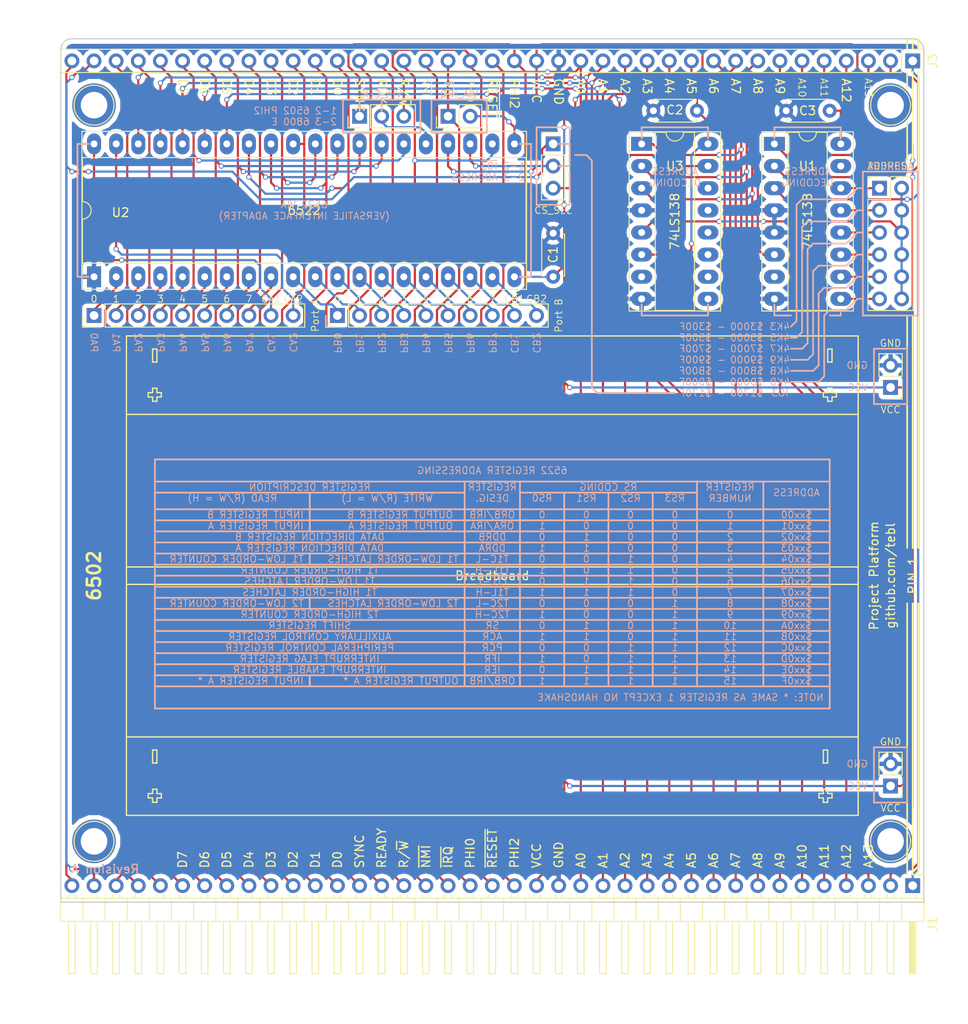
<source format=kicad_pcb>
(kicad_pcb (version 4) (host pcbnew 4.0.7)
  (layers (0 F.Cu signal) (31 B.Cu signal) (34 B.Paste user) (35 F.Paste user) (36 B.SilkS user) (37 F.SilkS user) (38 B.Mask user) (39 F.Mask user) (44 Edge.Cuts user))
  (net 0 "")
  (net 1 GND)
  (net 2 VCC)
  (net 3 /A15)
  (net 4 /A14)
  (net 5 /A13)
  (net 6 /A12)
  (net 7 /A11)
  (net 8 /A10)
  (net 9 /A9)
  (net 10 /A8)
  (net 11 /A7)
  (net 12 /A6)
  (net 13 /A5)
  (net 14 /A4)
  (net 15 /A3)
  (net 16 /A2)
  (net 17 /A1)
  (net 18 /A0)
  (net 19 /~IRQ)
  (net 20 /~NMI)
  (net 21 /R/~W)
  (net 22 /~RDY)
  (net 23 /SYNC)
  (net 24 /D0)
  (net 25 /D1)
  (net 26 /D2)
  (net 27 /D3)
  (net 28 /D4)
  (net 29 /D5)
  (net 30 /D6)
  (net 31 /D7)
  (net 32 /~RESET)
  (net 33 /PIN35)
  (net 34 /PIN36)
  (net 35 /PIN37)
  (net 36 /PIN39)
  (net 37 /PHI2)
  (net 38 /PHI0)
  (net 39 /~IO3)
  (net 40 "Net-(J4-Pad10)")
  (net 41 "Net-(J5-Pad1)")
  (net 42 "Net-(J5-Pad2)")
  (net 43 "Net-(J5-Pad3)")
  (net 44 "Net-(J5-Pad4)")
  (net 45 "Net-(J5-Pad5)")
  (net 46 "Net-(J5-Pad6)")
  (net 47 "Net-(J5-Pad7)")
  (net 48 "Net-(J5-Pad8)")
  (net 49 "Net-(J5-Pad9)")
  (net 50 "Net-(J5-Pad10)")
  (net 51 "Net-(J6-Pad1)")
  (net 52 "Net-(J6-Pad2)")
  (net 53 "Net-(J6-Pad3)")
  (net 54 "Net-(J6-Pad4)")
  (net 55 "Net-(J6-Pad5)")
  (net 56 "Net-(J6-Pad6)")
  (net 57 "Net-(J6-Pad7)")
  (net 58 "Net-(J6-Pad8)")
  (net 59 "Net-(J6-Pad9)")
  (net 60 "Net-(J6-Pad10)")
  (net 61 "Net-(JP2-Pad3)")
  (net 62 ~6522_CS)
  (net 63 "Net-(JP3-Pad2)")
  (net 64 "Net-(JP1-Pad2)")
  (net 65 /4K3)
  (net 66 /4K5)
  (net 67 /4K7)
  (net 68 /4K9)
  (net 69 /4KB)
  (net 70 /4KD)
  (module Pin_Headers:Pin_Header_Angled_1x39_Pitch2.54mm (layer F.Cu) (at 198.12 145.415 270)
    (fp_text reference J1 (at 4.385 -2.27 270) (layer F.SilkS))
    (fp_text value Signals)
    (pad 1 thru_hole rect (at 0 0 270) (size 1.7 1.7) (drill 1) (layers *.Cu *.Mask) (net 3 /A15))
    (pad 2 thru_hole oval (at 0 2.54 270) (size 1.7 1.7) (drill 1) (layers *.Cu *.Mask) (net 4 /A14))
    (pad 3 thru_hole oval (at 0 5.08 270) (size 1.7 1.7) (drill 1) (layers *.Cu *.Mask) (net 5 /A13))
    (pad 4 thru_hole oval (at 0 7.62 270) (size 1.7 1.7) (drill 1) (layers *.Cu *.Mask) (net 6 /A12))
    (pad 5 thru_hole oval (at 0 10.16 270) (size 1.7 1.7) (drill 1) (layers *.Cu *.Mask) (net 7 /A11))
    (pad 6 thru_hole oval (at 0 12.7 270) (size 1.7 1.7) (drill 1) (layers *.Cu *.Mask) (net 8 /A10))
    (pad 7 thru_hole oval (at 0 15.24 270) (size 1.7 1.7) (drill 1) (layers *.Cu *.Mask) (net 9 /A9))
    (pad 8 thru_hole oval (at 0 17.78 270) (size 1.7 1.7) (drill 1) (layers *.Cu *.Mask) (net 10 /A8))
    (pad 9 thru_hole oval (at 0 20.32 270) (size 1.7 1.7) (drill 1) (layers *.Cu *.Mask) (net 11 /A7))
    (pad 10 thru_hole oval (at 0 22.86 270) (size 1.7 1.7) (drill 1) (layers *.Cu *.Mask) (net 12 /A6))
    (pad 11 thru_hole oval (at 0 25.4 270) (size 1.7 1.7) (drill 1) (layers *.Cu *.Mask) (net 13 /A5))
    (pad 12 thru_hole oval (at 0 27.94 270) (size 1.7 1.7) (drill 1) (layers *.Cu *.Mask) (net 14 /A4))
    (pad 13 thru_hole oval (at 0 30.48 270) (size 1.7 1.7) (drill 1) (layers *.Cu *.Mask) (net 15 /A3))
    (pad 14 thru_hole oval (at 0 33.02 270) (size 1.7 1.7) (drill 1) (layers *.Cu *.Mask) (net 16 /A2))
    (pad 15 thru_hole oval (at 0 35.56 270) (size 1.7 1.7) (drill 1) (layers *.Cu *.Mask) (net 17 /A1))
    (pad 16 thru_hole oval (at 0 38.1 270) (size 1.7 1.7) (drill 1) (layers *.Cu *.Mask) (net 18 /A0))
    (pad 17 thru_hole oval (at 0 40.64 270) (size 1.7 1.7) (drill 1) (layers *.Cu *.Mask) (net 1 GND))
    (pad 18 thru_hole oval (at 0 43.18 270) (size 1.7 1.7) (drill 1) (layers *.Cu *.Mask) (net 2 VCC))
    (pad 19 thru_hole oval (at 0 45.72 270) (size 1.7 1.7) (drill 1) (layers *.Cu *.Mask) (net 37 /PHI2))
    (pad 20 thru_hole oval (at 0 48.26 270) (size 1.7 1.7) (drill 1) (layers *.Cu *.Mask) (net 32 /~RESET))
    (pad 21 thru_hole oval (at 0 50.8 270) (size 1.7 1.7) (drill 1) (layers *.Cu *.Mask) (net 38 /PHI0))
    (pad 22 thru_hole oval (at 0 53.34 270) (size 1.7 1.7) (drill 1) (layers *.Cu *.Mask) (net 19 /~IRQ))
    (pad 23 thru_hole oval (at 0 55.88 270) (size 1.7 1.7) (drill 1) (layers *.Cu *.Mask) (net 20 /~NMI))
    (pad 24 thru_hole oval (at 0 58.42 270) (size 1.7 1.7) (drill 1) (layers *.Cu *.Mask) (net 21 /R/~W))
    (pad 25 thru_hole oval (at 0 60.96 270) (size 1.7 1.7) (drill 1) (layers *.Cu *.Mask) (net 22 /~RDY))
    (pad 26 thru_hole oval (at 0 63.5 270) (size 1.7 1.7) (drill 1) (layers *.Cu *.Mask) (net 23 /SYNC))
    (pad 27 thru_hole oval (at 0 66.04 270) (size 1.7 1.7) (drill 1) (layers *.Cu *.Mask) (net 24 /D0))
    (pad 28 thru_hole oval (at 0 68.58 270) (size 1.7 1.7) (drill 1) (layers *.Cu *.Mask) (net 25 /D1))
    (pad 29 thru_hole oval (at 0 71.12 270) (size 1.7 1.7) (drill 1) (layers *.Cu *.Mask) (net 26 /D2))
    (pad 30 thru_hole oval (at 0 73.66 270) (size 1.7 1.7) (drill 1) (layers *.Cu *.Mask) (net 27 /D3))
    (pad 31 thru_hole oval (at 0 76.2 270) (size 1.7 1.7) (drill 1) (layers *.Cu *.Mask) (net 28 /D4))
    (pad 32 thru_hole oval (at 0 78.74 270) (size 1.7 1.7) (drill 1) (layers *.Cu *.Mask) (net 29 /D5))
    (pad 33 thru_hole oval (at 0 81.28 270) (size 1.7 1.7) (drill 1) (layers *.Cu *.Mask) (net 30 /D6))
    (pad 34 thru_hole oval (at 0 83.82 270) (size 1.7 1.7) (drill 1) (layers *.Cu *.Mask) (net 31 /D7))
    (pad 35 thru_hole oval (at 0 86.36 270) (size 1.7 1.7) (drill 1) (layers *.Cu *.Mask) (net 33 /PIN35))
    (pad 36 thru_hole oval (at 0 88.9 270) (size 1.7 1.7) (drill 1) (layers *.Cu *.Mask) (net 34 /PIN36))
    (pad 37 thru_hole oval (at 0 91.44 270) (size 1.7 1.7) (drill 1) (layers *.Cu *.Mask) (net 35 /PIN37))
    (pad 38 thru_hole oval (at 0 93.98 270) (size 1.7 1.7) (drill 1) (layers *.Cu *.Mask) (net 39 /~IO3))
    (pad 39 thru_hole oval (at 0 96.52 270) (size 1.7 1.7) (drill 1) (layers *.Cu *.Mask) (net 36 /PIN39))
  )
  (module mounting:1pin (layer F.Cu) (at 104.14 140.335 90)
    (fp_text reference M1 hide)
    (fp_text value Mounting hide)
    (pad 1 thru_hole circle (at 0 0 90) (size 5 5) (drill 3.048) (layers *.Cu *.Mask))
  )
  (module mounting:1pin (layer F.Cu) (at 195.58 140.335)
    (fp_text reference M2 hide)
    (fp_text value Mounting hide)
    (pad 1 thru_hole circle (at 0 0) (size 5 5) (drill 3.048) (layers *.Cu *.Mask))
  )
  (module mounting:1pin (layer F.Cu) (at 195.58 55.88)
    (fp_text reference M3 hide)
    (fp_text value Mounting hide)
    (pad 1 thru_hole circle (at 0 0) (size 5 5) (drill 3.048) (layers *.Cu *.Mask))
  )
  (module mounting:1pin (layer F.Cu) (at 104.14 55.88)
    (fp_text reference M4 hide)
    (fp_text value Mounting hide)
    (pad 1 thru_hole circle (at 0 0) (size 5 5) (drill 3.048) (layers *.Cu *.Mask))
  )
  (module Pin_Headers:Pin_Header_Straight_1x39_Pitch2.54mm (layer F.Cu) (at 198.12 50.8 270)
    (fp_text reference J3 (at 0 -2.33 270) (layer F.SilkS))
    (fp_text value SBC)
    (pad 1 thru_hole rect (at 0 0 270) (size 1.7 1.7) (drill 1) (layers *.Cu *.Mask) (net 3 /A15))
    (pad 2 thru_hole oval (at 0 2.54 270) (size 1.7 1.7) (drill 1) (layers *.Cu *.Mask) (net 4 /A14))
    (pad 3 thru_hole oval (at 0 5.08 270) (size 1.7 1.7) (drill 1) (layers *.Cu *.Mask) (net 5 /A13))
    (pad 4 thru_hole oval (at 0 7.62 270) (size 1.7 1.7) (drill 1) (layers *.Cu *.Mask) (net 6 /A12))
    (pad 5 thru_hole oval (at 0 10.16 270) (size 1.7 1.7) (drill 1) (layers *.Cu *.Mask) (net 7 /A11))
    (pad 6 thru_hole oval (at 0 12.7 270) (size 1.7 1.7) (drill 1) (layers *.Cu *.Mask) (net 8 /A10))
    (pad 7 thru_hole oval (at 0 15.24 270) (size 1.7 1.7) (drill 1) (layers *.Cu *.Mask) (net 9 /A9))
    (pad 8 thru_hole oval (at 0 17.78 270) (size 1.7 1.7) (drill 1) (layers *.Cu *.Mask) (net 10 /A8))
    (pad 9 thru_hole oval (at 0 20.32 270) (size 1.7 1.7) (drill 1) (layers *.Cu *.Mask) (net 11 /A7))
    (pad 10 thru_hole oval (at 0 22.86 270) (size 1.7 1.7) (drill 1) (layers *.Cu *.Mask) (net 12 /A6))
    (pad 11 thru_hole oval (at 0 25.4 270) (size 1.7 1.7) (drill 1) (layers *.Cu *.Mask) (net 13 /A5))
    (pad 12 thru_hole oval (at 0 27.94 270) (size 1.7 1.7) (drill 1) (layers *.Cu *.Mask) (net 14 /A4))
    (pad 13 thru_hole oval (at 0 30.48 270) (size 1.7 1.7) (drill 1) (layers *.Cu *.Mask) (net 15 /A3))
    (pad 14 thru_hole oval (at 0 33.02 270) (size 1.7 1.7) (drill 1) (layers *.Cu *.Mask) (net 16 /A2))
    (pad 15 thru_hole oval (at 0 35.56 270) (size 1.7 1.7) (drill 1) (layers *.Cu *.Mask) (net 17 /A1))
    (pad 16 thru_hole oval (at 0 38.1 270) (size 1.7 1.7) (drill 1) (layers *.Cu *.Mask) (net 18 /A0))
    (pad 17 thru_hole oval (at 0 40.64 270) (size 1.7 1.7) (drill 1) (layers *.Cu *.Mask) (net 1 GND))
    (pad 18 thru_hole oval (at 0 43.18 270) (size 1.7 1.7) (drill 1) (layers *.Cu *.Mask) (net 2 VCC))
    (pad 19 thru_hole oval (at 0 45.72 270) (size 1.7 1.7) (drill 1) (layers *.Cu *.Mask) (net 37 /PHI2))
    (pad 20 thru_hole oval (at 0 48.26 270) (size 1.7 1.7) (drill 1) (layers *.Cu *.Mask) (net 32 /~RESET))
    (pad 21 thru_hole oval (at 0 50.8 270) (size 1.7 1.7) (drill 1) (layers *.Cu *.Mask) (net 38 /PHI0))
    (pad 22 thru_hole oval (at 0 53.34 270) (size 1.7 1.7) (drill 1) (layers *.Cu *.Mask) (net 19 /~IRQ))
    (pad 23 thru_hole oval (at 0 55.88 270) (size 1.7 1.7) (drill 1) (layers *.Cu *.Mask) (net 20 /~NMI))
    (pad 24 thru_hole oval (at 0 58.42 270) (size 1.7 1.7) (drill 1) (layers *.Cu *.Mask) (net 21 /R/~W))
    (pad 25 thru_hole oval (at 0 60.96 270) (size 1.7 1.7) (drill 1) (layers *.Cu *.Mask) (net 22 /~RDY))
    (pad 26 thru_hole oval (at 0 63.5 270) (size 1.7 1.7) (drill 1) (layers *.Cu *.Mask) (net 23 /SYNC))
    (pad 27 thru_hole oval (at 0 66.04 270) (size 1.7 1.7) (drill 1) (layers *.Cu *.Mask) (net 24 /D0))
    (pad 28 thru_hole oval (at 0 68.58 270) (size 1.7 1.7) (drill 1) (layers *.Cu *.Mask) (net 25 /D1))
    (pad 29 thru_hole oval (at 0 71.12 270) (size 1.7 1.7) (drill 1) (layers *.Cu *.Mask) (net 26 /D2))
    (pad 30 thru_hole oval (at 0 73.66 270) (size 1.7 1.7) (drill 1) (layers *.Cu *.Mask) (net 27 /D3))
    (pad 31 thru_hole oval (at 0 76.2 270) (size 1.7 1.7) (drill 1) (layers *.Cu *.Mask) (net 28 /D4))
    (pad 32 thru_hole oval (at 0 78.74 270) (size 1.7 1.7) (drill 1) (layers *.Cu *.Mask) (net 29 /D5))
    (pad 33 thru_hole oval (at 0 81.28 270) (size 1.7 1.7) (drill 1) (layers *.Cu *.Mask) (net 30 /D6))
    (pad 34 thru_hole oval (at 0 83.82 270) (size 1.7 1.7) (drill 1) (layers *.Cu *.Mask) (net 31 /D7))
    (pad 35 thru_hole oval (at 0 86.36 270) (size 1.7 1.7) (drill 1) (layers *.Cu *.Mask) (net 33 /PIN35))
    (pad 36 thru_hole oval (at 0 88.9 270) (size 1.7 1.7) (drill 1) (layers *.Cu *.Mask) (net 34 /PIN36))
    (pad 37 thru_hole oval (at 0 91.44 270) (size 1.7 1.7) (drill 1) (layers *.Cu *.Mask) (net 35 /PIN37))
    (pad 38 thru_hole oval (at 0 93.98 270) (size 1.7 1.7) (drill 1) (layers *.Cu *.Mask) (net 39 /~IO3))
    (pad 39 thru_hole oval (at 0 96.52 270) (size 1.7 1.7) (drill 1) (layers *.Cu *.Mask) (net 36 /PIN39))
  )
  (module Capacitors_THT:C_Disc_D4.7mm_W2.5mm_P5.00mm (layer F.Cu) (at 156.845 75.565 90)
    (fp_text reference C1 (at 2.54 0 90) (layer F.SilkS))
    (fp_text value 100nF)
    (pad 1 thru_hole circle (at 0 0 90) (size 1.6 1.6) (drill 0.8) (layers *.Cu *.Mask) (net 2 VCC))
    (pad 2 thru_hole circle (at 5 0 90) (size 1.6 1.6) (drill 0.8) (layers *.Cu *.Mask) (net 1 GND))
  )
  (module Capacitors_THT:C_Disc_D4.7mm_W2.5mm_P5.00mm (layer F.Cu) (at 173.355 56.515 180)
    (fp_text reference C2 (at 2.54 0.084999 180) (layer F.SilkS))
    (fp_text value 100nF)
    (pad 1 thru_hole circle (at 0 0 180) (size 1.6 1.6) (drill 0.8) (layers *.Cu *.Mask) (net 2 VCC))
    (pad 2 thru_hole circle (at 5 0 180) (size 1.6 1.6) (drill 0.8) (layers *.Cu *.Mask) (net 1 GND))
  )
  (module Capacitors_THT:C_Disc_D4.7mm_W2.5mm_P5.00mm (layer F.Cu) (at 188.595 56.515 180)
    (fp_text reference C3 (at 2.54 0 180) (layer F.SilkS))
    (fp_text value 100nF)
    (pad 1 thru_hole circle (at 0 0 180) (size 1.6 1.6) (drill 0.8) (layers *.Cu *.Mask) (net 2 VCC))
    (pad 2 thru_hole circle (at 5 0 180) (size 1.6 1.6) (drill 0.8) (layers *.Cu *.Mask) (net 1 GND))
  )
  (module "breadboard:RND 255-00005" (layer F.Cu) (at 149.86 109.855)
    (fp_text reference BB1)
    (fp_text value Breadboard (at 0 0) (layer F.SilkS))
  )
  (module Pin_Headers:Pin_Header_Straight_2x06_Pitch2.54mm (layer F.Cu) (at 194.31 65.405)
    (fp_text reference J4)
    (fp_text value ADDRESS (at 1.27 -2.54) (layer F.SilkS) (effects (font (size 0.8 0.8) (thickness 0.1))))
    (pad 1 thru_hole rect (at 0 0) (size 1.7 1.7) (drill 1) (layers *.Cu *.Mask) (net 65 /4K3))
    (pad 2 thru_hole oval (at 2.54 0) (size 1.7 1.7) (drill 1) (layers *.Cu *.Mask) (net 40 "Net-(J4-Pad10)"))
    (pad 3 thru_hole oval (at 0 2.54) (size 1.7 1.7) (drill 1) (layers *.Cu *.Mask) (net 66 /4K5))
    (pad 4 thru_hole oval (at 2.54 2.54) (size 1.7 1.7) (drill 1) (layers *.Cu *.Mask) (net 40 "Net-(J4-Pad10)"))
    (pad 5 thru_hole oval (at 0 5.08) (size 1.7 1.7) (drill 1) (layers *.Cu *.Mask) (net 67 /4K7))
    (pad 6 thru_hole oval (at 2.54 5.08) (size 1.7 1.7) (drill 1) (layers *.Cu *.Mask) (net 40 "Net-(J4-Pad10)"))
    (pad 7 thru_hole oval (at 0 7.62) (size 1.7 1.7) (drill 1) (layers *.Cu *.Mask) (net 68 /4K9))
    (pad 8 thru_hole oval (at 2.54 7.62) (size 1.7 1.7) (drill 1) (layers *.Cu *.Mask) (net 40 "Net-(J4-Pad10)"))
    (pad 9 thru_hole oval (at 0 10.16) (size 1.7 1.7) (drill 1) (layers *.Cu *.Mask) (net 69 /4KB))
    (pad 10 thru_hole oval (at 2.54 10.16) (size 1.7 1.7) (drill 1) (layers *.Cu *.Mask) (net 40 "Net-(J4-Pad10)"))
    (pad 11 thru_hole oval (at 0 12.7) (size 1.7 1.7) (drill 1) (layers *.Cu *.Mask) (net 70 /4KD))
    (pad 12 thru_hole oval (at 2.54 12.7) (size 1.7 1.7) (drill 1) (layers *.Cu *.Mask) (net 40 "Net-(J4-Pad10)"))
  )
  (module Pin_Headers:Pin_Header_Straight_1x10_Pitch2.54mm (layer F.Cu) (at 104.14 80.01 90)
    (fp_text reference J5)
    (fp_text value "Port A" (at 0 25.4 90) (layer F.SilkS) (effects (font (size 0.8 0.8) (thickness 0.1))))
    (pad 1 thru_hole rect (at 0 0 90) (size 1.7 1.7) (drill 1) (layers *.Cu *.Mask) (net 41 "Net-(J5-Pad1)"))
    (pad 2 thru_hole oval (at 0 2.54 90) (size 1.7 1.7) (drill 1) (layers *.Cu *.Mask) (net 42 "Net-(J5-Pad2)"))
    (pad 3 thru_hole oval (at 0 5.08 90) (size 1.7 1.7) (drill 1) (layers *.Cu *.Mask) (net 43 "Net-(J5-Pad3)"))
    (pad 4 thru_hole oval (at 0 7.62 90) (size 1.7 1.7) (drill 1) (layers *.Cu *.Mask) (net 44 "Net-(J5-Pad4)"))
    (pad 5 thru_hole oval (at 0 10.16 90) (size 1.7 1.7) (drill 1) (layers *.Cu *.Mask) (net 45 "Net-(J5-Pad5)"))
    (pad 6 thru_hole oval (at 0 12.7 90) (size 1.7 1.7) (drill 1) (layers *.Cu *.Mask) (net 46 "Net-(J5-Pad6)"))
    (pad 7 thru_hole oval (at 0 15.24 90) (size 1.7 1.7) (drill 1) (layers *.Cu *.Mask) (net 47 "Net-(J5-Pad7)"))
    (pad 8 thru_hole oval (at 0 17.78 90) (size 1.7 1.7) (drill 1) (layers *.Cu *.Mask) (net 48 "Net-(J5-Pad8)"))
    (pad 9 thru_hole oval (at 0 20.32 90) (size 1.7 1.7) (drill 1) (layers *.Cu *.Mask) (net 49 "Net-(J5-Pad9)"))
    (pad 10 thru_hole oval (at 0 22.86 90) (size 1.7 1.7) (drill 1) (layers *.Cu *.Mask) (net 50 "Net-(J5-Pad10)"))
  )
  (module Pin_Headers:Pin_Header_Straight_1x10_Pitch2.54mm (layer F.Cu) (at 132.08 80.01 90)
    (fp_text reference J6)
    (fp_text value "Port B" (at 0 25.4 90) (layer F.SilkS) (effects (font (size 0.8 0.8) (thickness 0.1))))
    (pad 1 thru_hole rect (at 0 0 90) (size 1.7 1.7) (drill 1) (layers *.Cu *.Mask) (net 51 "Net-(J6-Pad1)"))
    (pad 2 thru_hole oval (at 0 2.54 90) (size 1.7 1.7) (drill 1) (layers *.Cu *.Mask) (net 52 "Net-(J6-Pad2)"))
    (pad 3 thru_hole oval (at 0 5.08 90) (size 1.7 1.7) (drill 1) (layers *.Cu *.Mask) (net 53 "Net-(J6-Pad3)"))
    (pad 4 thru_hole oval (at 0 7.62 90) (size 1.7 1.7) (drill 1) (layers *.Cu *.Mask) (net 54 "Net-(J6-Pad4)"))
    (pad 5 thru_hole oval (at 0 10.16 90) (size 1.7 1.7) (drill 1) (layers *.Cu *.Mask) (net 55 "Net-(J6-Pad5)"))
    (pad 6 thru_hole oval (at 0 12.7 90) (size 1.7 1.7) (drill 1) (layers *.Cu *.Mask) (net 56 "Net-(J6-Pad6)"))
    (pad 7 thru_hole oval (at 0 15.24 90) (size 1.7 1.7) (drill 1) (layers *.Cu *.Mask) (net 57 "Net-(J6-Pad7)"))
    (pad 8 thru_hole oval (at 0 17.78 90) (size 1.7 1.7) (drill 1) (layers *.Cu *.Mask) (net 58 "Net-(J6-Pad8)"))
    (pad 9 thru_hole oval (at 0 20.32 90) (size 1.7 1.7) (drill 1) (layers *.Cu *.Mask) (net 59 "Net-(J6-Pad9)"))
    (pad 10 thru_hole oval (at 0 22.86 90) (size 1.7 1.7) (drill 1) (layers *.Cu *.Mask) (net 60 "Net-(J6-Pad10)"))
  )
  (module Pin_Headers:Pin_Header_Straight_1x02_Pitch2.54mm (layer F.Cu) (at 195.58 133.985 180)
    (fp_text reference J7)
    (fp_text value PWR1)
    (pad 1 thru_hole rect (at 0 0 180) (size 1.7 1.7) (drill 1) (layers *.Cu *.Mask) (net 2 VCC))
    (pad 2 thru_hole oval (at 0 2.54 180) (size 1.7 1.7) (drill 1) (layers *.Cu *.Mask) (net 1 GND))
  )
  (module Pin_Headers:Pin_Header_Straight_1x02_Pitch2.54mm (layer F.Cu) (at 195.58 88.265 180)
    (fp_text reference J8)
    (fp_text value PWR2)
    (pad 1 thru_hole rect (at 0 0 180) (size 1.7 1.7) (drill 1) (layers *.Cu *.Mask) (net 2 VCC))
    (pad 2 thru_hole oval (at 0 2.54 180) (size 1.7 1.7) (drill 1) (layers *.Cu *.Mask) (net 1 GND))
  )
  (module Pin_Headers:Pin_Header_Straight_1x02_Pitch2.54mm (layer F.Cu) (at 144.78 57.15 90)
    (fp_text reference JP1)
    (fp_text value VIA_IRQ)
    (pad 1 thru_hole rect (at 0 0 90) (size 1.7 1.7) (drill 1) (layers *.Cu *.Mask) (net 19 /~IRQ))
    (pad 2 thru_hole oval (at 0 2.54 90) (size 1.7 1.7) (drill 1) (layers *.Cu *.Mask) (net 64 "Net-(JP1-Pad2)"))
  )
  (module Pin_Headers:Pin_Header_Straight_1x03_Pitch2.54mm (layer F.Cu) (at 156.845 60.325)
    (fp_text reference JP2)
    (fp_text value CS_SEL (at 0 7.62 180) (layer F.SilkS) (effects (font (size 0.8 0.8) (thickness 0.1))))
    (pad 1 thru_hole rect (at 0 0) (size 1.7 1.7) (drill 1) (layers *.Cu *.Mask) (net 39 /~IO3))
    (pad 2 thru_hole oval (at 0 2.54) (size 1.7 1.7) (drill 1) (layers *.Cu *.Mask) (net 62 ~6522_CS))
    (pad 3 thru_hole oval (at 0 5.08) (size 1.7 1.7) (drill 1) (layers *.Cu *.Mask) (net 61 "Net-(JP2-Pad3)"))
  )
  (module Housings_DIP:DIP-16_W7.62mm_Socket_LongPads (layer F.Cu) (at 182.245 60.325)
    (fp_text reference U1 (at 3.81 2.54 180) (layer F.SilkS))
    (fp_text value 74LS138 (at 3.81 8.89 90) (layer F.SilkS))
    (pad 1 thru_hole rect (at 0 0) (size 2.4 1.6) (drill 0.8) (layers *.Cu *.Mask) (net 5 /A13))
    (pad 9 thru_hole oval (at 7.62 17.78) (size 2.4 1.6) (drill 0.8) (layers *.Cu *.Mask) (net 70 /4KD))
    (pad 2 thru_hole oval (at 0 2.54) (size 2.4 1.6) (drill 0.8) (layers *.Cu *.Mask) (net 4 /A14))
    (pad 10 thru_hole oval (at 7.62 15.24) (size 2.4 1.6) (drill 0.8) (layers *.Cu *.Mask) (net 69 /4KB))
    (pad 3 thru_hole oval (at 0 5.08) (size 2.4 1.6) (drill 0.8) (layers *.Cu *.Mask) (net 3 /A15))
    (pad 11 thru_hole oval (at 7.62 12.7) (size 2.4 1.6) (drill 0.8) (layers *.Cu *.Mask) (net 68 /4K9))
    (pad 4 thru_hole oval (at 0 7.62) (size 2.4 1.6) (drill 0.8) (layers *.Cu *.Mask) (net 1 GND))
    (pad 12 thru_hole oval (at 7.62 10.16) (size 2.4 1.6) (drill 0.8) (layers *.Cu *.Mask) (net 67 /4K7))
    (pad 5 thru_hole oval (at 0 10.16) (size 2.4 1.6) (drill 0.8) (layers *.Cu *.Mask) (net 1 GND))
    (pad 13 thru_hole oval (at 7.62 7.62) (size 2.4 1.6) (drill 0.8) (layers *.Cu *.Mask) (net 66 /4K5))
    (pad 6 thru_hole oval (at 0 12.7) (size 2.4 1.6) (drill 0.8) (layers *.Cu *.Mask) (net 6 /A12))
    (pad 14 thru_hole oval (at 7.62 5.08) (size 2.4 1.6) (drill 0.8) (layers *.Cu *.Mask) (net 65 /4K3))
    (pad 7 thru_hole oval (at 0 15.24) (size 2.4 1.6) (drill 0.8) (layers *.Cu *.Mask))
    (pad 15 thru_hole oval (at 7.62 2.54) (size 2.4 1.6) (drill 0.8) (layers *.Cu *.Mask))
    (pad 8 thru_hole oval (at 0 17.78) (size 2.4 1.6) (drill 0.8) (layers *.Cu *.Mask) (net 1 GND))
    (pad 16 thru_hole oval (at 7.62 0) (size 2.4 1.6) (drill 0.8) (layers *.Cu *.Mask) (net 2 VCC))
  )
  (module Housings_DIP:DIP-40_W15.24mm_Socket_LongPads (layer F.Cu) (at 104.14 75.565 90)
    (fp_text reference U2 (at 7.366 3.048 180) (layer F.SilkS))
    (fp_text value 6522 (at 7.62 24.13 180) (layer F.SilkS))
    (pad 1 thru_hole rect (at 0 0 90) (size 2.4 1.6) (drill 0.8) (layers *.Cu *.Mask) (net 1 GND))
    (pad 21 thru_hole oval (at 15.24 48.26 90) (size 2.4 1.6) (drill 0.8) (layers *.Cu *.Mask) (net 64 "Net-(JP1-Pad2)"))
    (pad 2 thru_hole oval (at 0 2.54 90) (size 2.4 1.6) (drill 0.8) (layers *.Cu *.Mask) (net 41 "Net-(J5-Pad1)"))
    (pad 22 thru_hole oval (at 15.24 45.72 90) (size 2.4 1.6) (drill 0.8) (layers *.Cu *.Mask) (net 21 /R/~W))
    (pad 3 thru_hole oval (at 0 5.08 90) (size 2.4 1.6) (drill 0.8) (layers *.Cu *.Mask) (net 42 "Net-(J5-Pad2)"))
    (pad 23 thru_hole oval (at 15.24 43.18 90) (size 2.4 1.6) (drill 0.8) (layers *.Cu *.Mask) (net 62 ~6522_CS))
    (pad 4 thru_hole oval (at 0 7.62 90) (size 2.4 1.6) (drill 0.8) (layers *.Cu *.Mask) (net 43 "Net-(J5-Pad3)"))
    (pad 24 thru_hole oval (at 15.24 40.64 90) (size 2.4 1.6) (drill 0.8) (layers *.Cu *.Mask) (net 2 VCC))
    (pad 5 thru_hole oval (at 0 10.16 90) (size 2.4 1.6) (drill 0.8) (layers *.Cu *.Mask) (net 44 "Net-(J5-Pad4)"))
    (pad 25 thru_hole oval (at 15.24 38.1 90) (size 2.4 1.6) (drill 0.8) (layers *.Cu *.Mask) (net 63 "Net-(JP3-Pad2)"))
    (pad 6 thru_hole oval (at 0 12.7 90) (size 2.4 1.6) (drill 0.8) (layers *.Cu *.Mask) (net 45 "Net-(J5-Pad5)"))
    (pad 26 thru_hole oval (at 15.24 35.56 90) (size 2.4 1.6) (drill 0.8) (layers *.Cu *.Mask) (net 31 /D7))
    (pad 7 thru_hole oval (at 0 15.24 90) (size 2.4 1.6) (drill 0.8) (layers *.Cu *.Mask) (net 46 "Net-(J5-Pad6)"))
    (pad 27 thru_hole oval (at 15.24 33.02 90) (size 2.4 1.6) (drill 0.8) (layers *.Cu *.Mask) (net 30 /D6))
    (pad 8 thru_hole oval (at 0 17.78 90) (size 2.4 1.6) (drill 0.8) (layers *.Cu *.Mask) (net 47 "Net-(J5-Pad7)"))
    (pad 28 thru_hole oval (at 15.24 30.48 90) (size 2.4 1.6) (drill 0.8) (layers *.Cu *.Mask) (net 29 /D5))
    (pad 9 thru_hole oval (at 0 20.32 90) (size 2.4 1.6) (drill 0.8) (layers *.Cu *.Mask) (net 48 "Net-(J5-Pad8)"))
    (pad 29 thru_hole oval (at 15.24 27.94 90) (size 2.4 1.6) (drill 0.8) (layers *.Cu *.Mask) (net 28 /D4))
    (pad 10 thru_hole oval (at 0 22.86 90) (size 2.4 1.6) (drill 0.8) (layers *.Cu *.Mask) (net 51 "Net-(J6-Pad1)"))
    (pad 30 thru_hole oval (at 15.24 25.4 90) (size 2.4 1.6) (drill 0.8) (layers *.Cu *.Mask) (net 27 /D3))
    (pad 11 thru_hole oval (at 0 25.4 90) (size 2.4 1.6) (drill 0.8) (layers *.Cu *.Mask) (net 52 "Net-(J6-Pad2)"))
    (pad 31 thru_hole oval (at 15.24 22.86 90) (size 2.4 1.6) (drill 0.8) (layers *.Cu *.Mask) (net 26 /D2))
    (pad 12 thru_hole oval (at 0 27.94 90) (size 2.4 1.6) (drill 0.8) (layers *.Cu *.Mask) (net 53 "Net-(J6-Pad3)"))
    (pad 32 thru_hole oval (at 15.24 20.32 90) (size 2.4 1.6) (drill 0.8) (layers *.Cu *.Mask) (net 25 /D1))
    (pad 13 thru_hole oval (at 0 30.48 90) (size 2.4 1.6) (drill 0.8) (layers *.Cu *.Mask) (net 54 "Net-(J6-Pad4)"))
    (pad 33 thru_hole oval (at 15.24 17.78 90) (size 2.4 1.6) (drill 0.8) (layers *.Cu *.Mask) (net 24 /D0))
    (pad 14 thru_hole oval (at 0 33.02 90) (size 2.4 1.6) (drill 0.8) (layers *.Cu *.Mask) (net 55 "Net-(J6-Pad5)"))
    (pad 34 thru_hole oval (at 15.24 15.24 90) (size 2.4 1.6) (drill 0.8) (layers *.Cu *.Mask) (net 32 /~RESET))
    (pad 15 thru_hole oval (at 0 35.56 90) (size 2.4 1.6) (drill 0.8) (layers *.Cu *.Mask) (net 56 "Net-(J6-Pad6)"))
    (pad 35 thru_hole oval (at 15.24 12.7 90) (size 2.4 1.6) (drill 0.8) (layers *.Cu *.Mask) (net 15 /A3))
    (pad 16 thru_hole oval (at 0 38.1 90) (size 2.4 1.6) (drill 0.8) (layers *.Cu *.Mask) (net 57 "Net-(J6-Pad7)"))
    (pad 36 thru_hole oval (at 15.24 10.16 90) (size 2.4 1.6) (drill 0.8) (layers *.Cu *.Mask) (net 16 /A2))
    (pad 17 thru_hole oval (at 0 40.64 90) (size 2.4 1.6) (drill 0.8) (layers *.Cu *.Mask) (net 58 "Net-(J6-Pad8)"))
    (pad 37 thru_hole oval (at 15.24 7.62 90) (size 2.4 1.6) (drill 0.8) (layers *.Cu *.Mask) (net 17 /A1))
    (pad 18 thru_hole oval (at 0 43.18 90) (size 2.4 1.6) (drill 0.8) (layers *.Cu *.Mask) (net 59 "Net-(J6-Pad9)"))
    (pad 38 thru_hole oval (at 15.24 5.08 90) (size 2.4 1.6) (drill 0.8) (layers *.Cu *.Mask) (net 18 /A0))
    (pad 19 thru_hole oval (at 0 45.72 90) (size 2.4 1.6) (drill 0.8) (layers *.Cu *.Mask) (net 60 "Net-(J6-Pad10)"))
    (pad 39 thru_hole oval (at 15.24 2.54 90) (size 2.4 1.6) (drill 0.8) (layers *.Cu *.Mask) (net 50 "Net-(J5-Pad10)"))
    (pad 20 thru_hole oval (at 0 48.26 90) (size 2.4 1.6) (drill 0.8) (layers *.Cu *.Mask) (net 2 VCC))
    (pad 40 thru_hole oval (at 15.24 0 90) (size 2.4 1.6) (drill 0.8) (layers *.Cu *.Mask) (net 49 "Net-(J5-Pad9)"))
  )
  (module Housings_DIP:DIP-16_W7.62mm_Socket_LongPads (layer F.Cu) (at 167.005 60.325)
    (fp_text reference U3 (at 3.81 2.54 180) (layer F.SilkS))
    (fp_text value 74LS138 (at 3.81 8.89 90) (layer F.SilkS))
    (pad 1 thru_hole rect (at 0 0) (size 2.4 1.6) (drill 0.8) (layers *.Cu *.Mask) (net 9 /A9))
    (pad 9 thru_hole oval (at 7.62 17.78) (size 2.4 1.6) (drill 0.8) (layers *.Cu *.Mask))
    (pad 2 thru_hole oval (at 0 2.54) (size 2.4 1.6) (drill 0.8) (layers *.Cu *.Mask) (net 8 /A10))
    (pad 10 thru_hole oval (at 7.62 15.24) (size 2.4 1.6) (drill 0.8) (layers *.Cu *.Mask))
    (pad 3 thru_hole oval (at 0 5.08) (size 2.4 1.6) (drill 0.8) (layers *.Cu *.Mask) (net 7 /A11))
    (pad 11 thru_hole oval (at 7.62 12.7) (size 2.4 1.6) (drill 0.8) (layers *.Cu *.Mask))
    (pad 4 thru_hole oval (at 0 7.62) (size 2.4 1.6) (drill 0.8) (layers *.Cu *.Mask) (net 1 GND))
    (pad 12 thru_hole oval (at 7.62 10.16) (size 2.4 1.6) (drill 0.8) (layers *.Cu *.Mask))
    (pad 5 thru_hole oval (at 0 10.16) (size 2.4 1.6) (drill 0.8) (layers *.Cu *.Mask) (net 40 "Net-(J4-Pad10)"))
    (pad 13 thru_hole oval (at 7.62 7.62) (size 2.4 1.6) (drill 0.8) (layers *.Cu *.Mask))
    (pad 6 thru_hole oval (at 0 12.7) (size 2.4 1.6) (drill 0.8) (layers *.Cu *.Mask) (net 2 VCC))
    (pad 14 thru_hole oval (at 7.62 5.08) (size 2.4 1.6) (drill 0.8) (layers *.Cu *.Mask))
    (pad 7 thru_hole oval (at 0 15.24) (size 2.4 1.6) (drill 0.8) (layers *.Cu *.Mask))
    (pad 15 thru_hole oval (at 7.62 2.54) (size 2.4 1.6) (drill 0.8) (layers *.Cu *.Mask) (net 61 "Net-(JP2-Pad3)"))
    (pad 8 thru_hole oval (at 0 17.78) (size 2.4 1.6) (drill 0.8) (layers *.Cu *.Mask) (net 1 GND))
    (pad 16 thru_hole oval (at 7.62 0) (size 2.4 1.6) (drill 0.8) (layers *.Cu *.Mask) (net 2 VCC))
  )
  (module Pin_Headers:Pin_Header_Straight_1x03_Pitch2.54mm (layer F.Cu) (at 134.62 57.15 90)
    (fp_text reference JP3)
    (fp_text value VIA_CLK)
    (pad 1 thru_hole rect (at 0 0 90) (size 1.7 1.7) (drill 1) (layers *.Cu *.Mask) (net 37 /PHI2))
    (pad 2 thru_hole oval (at 0 2.54 90) (size 1.7 1.7) (drill 1) (layers *.Cu *.Mask) (net 63 "Net-(JP3-Pad2)"))
    (pad 3 thru_hole oval (at 0 5.08 90) (size 1.7 1.7) (drill 1) (layers *.Cu *.Mask) (net 38 /PHI0))
  )
  (gr_text VCC (at 193.04 133.985) (layer B.SilkS) (effects (font (size 0.8 0.8) (thickness 0.1)) (justify left mirror)))
  (gr_text GND (at 193.04 131.445) (layer B.SilkS) (effects (font (size 0.8 0.8) (thickness 0.1)) (justify left mirror)))
  (gr_text VCC (at 193.04 88.265) (layer B.SilkS) (effects (font (size 0.8 0.8) (thickness 0.1)) (justify left mirror)))
  (gr_text GND (at 193.04 85.725) (layer B.SilkS) (effects (font (size 0.8 0.8) (thickness 0.1)) (justify left mirror)))
  (gr_line (start 193.675 135.89) (end 193.675 129.54) (angle 90) (layer B.SilkS) (width 0.2))
  (gr_line (start 197.485 135.89) (end 193.675 135.89) (angle 90) (layer B.SilkS) (width 0.2))
  (gr_line (start 197.485 129.54) (end 197.485 135.89) (angle 90) (layer B.SilkS) (width 0.2))
  (gr_line (start 193.675 129.54) (end 197.485 129.54) (angle 90) (layer B.SilkS) (width 0.2))
  (gr_line (start 193.675 90.17) (end 193.675 83.82) (angle 90) (layer B.SilkS) (width 0.2))
  (gr_line (start 197.485 90.17) (end 193.675 90.17) (angle 90) (layer B.SilkS) (width 0.2))
  (gr_line (start 197.485 83.82) (end 197.485 90.17) (angle 90) (layer B.SilkS) (width 0.2))
  (gr_line (start 193.675 83.82) (end 197.485 83.82) (angle 90) (layer B.SilkS) (width 0.2))
  (gr_text "2-3 6800 E" (at 132.08 57.785) (layer B.SilkS) (effects (font (size 0.8 0.8) (thickness 0.1)) (justify left mirror)))
  (gr_text "1-2 6502 PHI2" (at 132.08 56.515) (layer B.SilkS) (effects (font (size 0.8 0.8) (thickness 0.1)) (justify left mirror)))
  (gr_line (start 161.29 88.265) (end 161.925 88.9) (angle 90) (layer B.SilkS) (width 0.2))
  (gr_line (start 161.29 62.23) (end 161.29 88.265) (angle 90) (layer B.SilkS) (width 0.2))
  (gr_line (start 160.655 61.595) (end 161.29 62.23) (angle 90) (layer B.SilkS) (width 0.2))
  (gr_line (start 159.385 61.595) (end 160.655 61.595) (angle 90) (layer B.SilkS) (width 0.2))
  (gr_line (start 170.815 88.9) (end 161.925 88.9) (angle 90) (layer B.SilkS) (width 0.2))
  (gr_text IO3 (at 182.88 88.9) (layer B.SilkS) (effects (font (size 0.8 0.8) (thickness 0.1)) (justify mirror)))
  (gr_text "- $170F" (at 173.99 88.9) (layer B.SilkS) (effects (font (size 0.8 0.8) (thickness 0.1)) (justify mirror)))
  (gr_text $1700 (at 179.07 88.9) (layer B.SilkS) (effects (font (size 0.8 0.8) (thickness 0.1)) (justify mirror)))
  (gr_line (start 132.715 59.055) (end 141.605 59.055) (angle 90) (layer B.SilkS) (width 0.2))
  (gr_line (start 132.715 55.245) (end 132.715 59.055) (angle 90) (layer B.SilkS) (width 0.2))
  (gr_line (start 133.985 55.245) (end 132.715 55.245) (angle 90) (layer B.SilkS) (width 0.2))
  (gr_line (start 134.62 55.245) (end 134.62 56.515) (angle 90) (layer B.SilkS) (width 0.2))
  (gr_line (start 137.16 55.245) (end 134.62 55.245) (angle 90) (layer B.SilkS) (width 0.2))
  (gr_line (start 137.16 56.515) (end 137.16 55.245) (angle 90) (layer B.SilkS) (width 0.2))
  (gr_line (start 141.605 55.245) (end 137.795 55.245) (angle 90) (layer B.SilkS) (width 0.2))
  (gr_text VIA_CLK (at 137.16 54.61) (layer B.SilkS) (effects (font (size 0.8 0.8) (thickness 0.1)) (justify mirror)))
  (gr_line (start 141.605 59.055) (end 141.605 55.245) (angle 90) (layer B.SilkS) (width 0.2))
  (gr_text VIA_IRQ (at 146.05 54.61) (layer B.SilkS) (effects (font (size 0.8 0.8) (thickness 0.1)) (justify mirror)))
  (gr_text ADDRESS (at 195.58 62.865) (layer B.SilkS) (effects (font (size 0.8 0.8) (thickness 0.1)) (justify mirror)))
  (gr_text CA2 (at 127 81.915 270) (layer B.SilkS) (effects (font (size 0.8 0.8) (thickness 0.1)) (justify right mirror)))
  (gr_text CA1 (at 124.46 81.915 270) (layer B.SilkS) (effects (font (size 0.8 0.8) (thickness 0.1)) (justify right mirror)))
  (gr_text PA7 (at 121.92 81.915 270) (layer B.SilkS) (effects (font (size 0.8 0.8) (thickness 0.1)) (justify right mirror)))
  (gr_text PA6 (at 119.38 81.915 270) (layer B.SilkS) (effects (font (size 0.8 0.8) (thickness 0.1)) (justify right mirror)))
  (gr_text PA5 (at 116.84 81.915 270) (layer B.SilkS) (effects (font (size 0.8 0.8) (thickness 0.1)) (justify right mirror)))
  (gr_text PA4 (at 114.3 81.915 270) (layer B.SilkS) (effects (font (size 0.8 0.8) (thickness 0.1)) (justify right mirror)))
  (gr_text PA3 (at 111.76 81.915 270) (layer B.SilkS) (effects (font (size 0.8 0.8) (thickness 0.1)) (justify right mirror)))
  (gr_text PA2 (at 109.22 81.915 270) (layer B.SilkS) (effects (font (size 0.8 0.8) (thickness 0.1)) (justify right mirror)))
  (gr_text PA1 (at 106.68 81.915 270) (layer B.SilkS) (effects (font (size 0.8 0.8) (thickness 0.1)) (justify right mirror)))
  (gr_text PA0 (at 104.14 81.915 270) (layer B.SilkS) (effects (font (size 0.8 0.8) (thickness 0.1)) (justify right mirror)))
  (gr_text CB2 (at 154.94 81.915 270) (layer B.SilkS) (effects (font (size 0.8 0.8) (thickness 0.1)) (justify right mirror)))
  (gr_text CB1 (at 152.4 81.915 270) (layer B.SilkS) (effects (font (size 0.8 0.8) (thickness 0.1)) (justify right mirror)))
  (gr_text PB7 (at 149.86 81.915 270) (layer B.SilkS) (effects (font (size 0.8 0.8) (thickness 0.1)) (justify right mirror)))
  (gr_text PB6 (at 147.32 81.915 270) (layer B.SilkS) (effects (font (size 0.8 0.8) (thickness 0.1)) (justify right mirror)))
  (gr_text PB5 (at 144.78 81.915 270) (layer B.SilkS) (effects (font (size 0.8 0.8) (thickness 0.1)) (justify right mirror)))
  (gr_text PB4 (at 142.24 81.915 270) (layer B.SilkS) (effects (font (size 0.8 0.8) (thickness 0.1)) (justify right mirror)))
  (gr_text PB3 (at 139.7 81.915 270) (layer B.SilkS) (effects (font (size 0.8 0.8) (thickness 0.1)) (justify right mirror)))
  (gr_text PB2 (at 137.16 81.915 270) (layer B.SilkS) (effects (font (size 0.8 0.8) (thickness 0.1)) (justify right mirror)))
  (gr_text PB1 (at 134.62 81.915 270) (layer B.SilkS) (effects (font (size 0.8 0.8) (thickness 0.1)) (justify right mirror)))
  (gr_text PB0 (at 132.08 81.915 270) (layer B.SilkS) (effects (font (size 0.8 0.8) (thickness 0.1)) (justify right mirror)))
  (gr_text "2-3 ADDRESS" (at 153.67 64.135) (layer B.SilkS) (effects (font (size 0.8 0.8) (thickness 0.1)) (justify left mirror)))
  (gr_text "1-2 ~IO3" (at 153.67 62.865) (layer B.SilkS) (effects (font (size 0.8 0.8) (thickness 0.1)) (justify left mirror)))
  (gr_text "6522 VIA\n(VERSATILE INTERFACE ADAPTER)" (at 128.27 67.945) (layer B.SilkS) (effects (font (size 0.8 0.8) (thickness 0.1)) (justify mirror)))
  (gr_line (start 189.865 80.01) (end 189.865 79.7) (angle 90) (layer B.SilkS) (width 0.2))
  (gr_line (start 188.595 80.01) (end 189.865 80.01) (angle 90) (layer B.SilkS) (width 0.2))
  (gr_line (start 182.245 80.01) (end 184.15 80.01) (angle 90) (layer B.SilkS) (width 0.2))
  (gr_line (start 182.245 78.74) (end 182.245 80.01) (angle 90) (layer B.SilkS) (width 0.2))
  (gr_line (start 174.625 80.01) (end 174.625 78.74) (angle 90) (layer B.SilkS) (width 0.2))
  (gr_line (start 167.005 80.01) (end 174.625 80.01) (angle 90) (layer B.SilkS) (width 0.2))
  (gr_line (start 167.005 78.74) (end 167.005 80.01) (angle 90) (layer B.SilkS) (width 0.2))
  (gr_line (start 189.865 58.42) (end 189.865 59.69) (angle 90) (layer B.SilkS) (width 0.2))
  (gr_line (start 182.245 58.42) (end 189.865 58.42) (angle 90) (layer B.SilkS) (width 0.2))
  (gr_line (start 182.245 59.69) (end 182.245 58.42) (angle 90) (layer B.SilkS) (width 0.2))
  (gr_line (start 174.625 58.42) (end 174.625 59.69) (angle 90) (layer B.SilkS) (width 0.2))
  (gr_line (start 167.005 58.42) (end 174.625 58.42) (angle 90) (layer B.SilkS) (width 0.2))
  (gr_line (start 167.005 59.69) (end 167.005 58.42) (angle 90) (layer B.SilkS) (width 0.2))
  (gr_text "- $D00F" (at 173.99 87.63) (layer B.SilkS) (effects (font (size 0.8 0.8) (thickness 0.1)) (justify mirror)))
  (gr_text "- $B00F" (at 173.99 86.36) (layer B.SilkS) (effects (font (size 0.8 0.8) (thickness 0.1)) (justify mirror)))
  (gr_text "- $900F" (at 173.99 85.09) (layer B.SilkS) (effects (font (size 0.8 0.8) (thickness 0.1)) (justify mirror)))
  (gr_text "- $700F" (at 173.99 83.82) (layer B.SilkS) (effects (font (size 0.8 0.8) (thickness 0.1)) (justify mirror)))
  (gr_text "- $500F" (at 173.99 82.55) (layer B.SilkS) (effects (font (size 0.8 0.8) (thickness 0.1)) (justify mirror)))
  (gr_text "- $300F" (at 173.99 81.28) (layer B.SilkS) (effects (font (size 0.8 0.8) (thickness 0.1)) (justify mirror)))
  (gr_text $D000 (at 179.07 87.63) (layer B.SilkS) (effects (font (size 0.8 0.8) (thickness 0.1)) (justify mirror)))
  (gr_text $B000 (at 179.07 86.36) (layer B.SilkS) (effects (font (size 0.8 0.8) (thickness 0.1)) (justify mirror)))
  (gr_text $9000 (at 179.07 85.09) (layer B.SilkS) (effects (font (size 0.8 0.8) (thickness 0.1)) (justify mirror)))
  (gr_text $7000 (at 179.07 83.82) (layer B.SilkS) (effects (font (size 0.8 0.8) (thickness 0.1)) (justify mirror)))
  (gr_text $5000 (at 179.07 82.55) (layer B.SilkS) (effects (font (size 0.8 0.8) (thickness 0.1)) (justify mirror)))
  (gr_text $3000 (at 179.07 81.28) (layer B.SilkS) (effects (font (size 0.8 0.8) (thickness 0.1)) (justify mirror)))
  (gr_line (start 187.96 86.995) (end 187.96 80.01) (angle 90) (layer B.SilkS) (width 0.2))
  (gr_line (start 187.325 87.63) (end 187.96 86.995) (angle 90) (layer B.SilkS) (width 0.2))
  (gr_line (start 184.15 87.63) (end 187.325 87.63) (angle 90) (layer B.SilkS) (width 0.2))
  (gr_line (start 186.69 86.36) (end 184.15 86.36) (angle 90) (layer B.SilkS) (width 0.2))
  (gr_line (start 187.325 85.725) (end 186.69 86.36) (angle 90) (layer B.SilkS) (width 0.2))
  (gr_line (start 187.325 77.47) (end 187.325 85.725) (angle 90) (layer B.SilkS) (width 0.2))
  (gr_line (start 186.69 84.455) (end 186.69 74.93) (angle 90) (layer B.SilkS) (width 0.2))
  (gr_line (start 186.055 85.09) (end 186.69 84.455) (angle 90) (layer B.SilkS) (width 0.2))
  (gr_line (start 184.15 85.09) (end 186.055 85.09) (angle 90) (layer B.SilkS) (width 0.2))
  (gr_line (start 185.42 83.82) (end 184.15 83.82) (angle 90) (layer B.SilkS) (width 0.2))
  (gr_line (start 186.055 83.185) (end 185.42 83.82) (angle 90) (layer B.SilkS) (width 0.2))
  (gr_line (start 186.055 72.39) (end 186.055 83.185) (angle 90) (layer B.SilkS) (width 0.2))
  (gr_line (start 184.785 82.55) (end 184.15 82.55) (angle 90) (layer B.SilkS) (width 0.2))
  (gr_line (start 185.42 81.915) (end 184.785 82.55) (angle 90) (layer B.SilkS) (width 0.2))
  (gr_line (start 185.42 69.85) (end 185.42 81.915) (angle 90) (layer B.SilkS) (width 0.2))
  (gr_line (start 184.785 80.645) (end 184.15 81.28) (angle 90) (layer B.SilkS) (width 0.2))
  (gr_line (start 184.785 67.31) (end 184.785 80.645) (angle 90) (layer B.SilkS) (width 0.2))
  (gr_line (start 185.42 66.675) (end 184.785 67.31) (angle 90) (layer B.SilkS) (width 0.2))
  (gr_line (start 188.595 66.675) (end 185.42 66.675) (angle 90) (layer B.SilkS) (width 0.2))
  (gr_line (start 186.055 69.215) (end 185.42 69.85) (angle 90) (layer B.SilkS) (width 0.2))
  (gr_line (start 188.595 69.215) (end 186.055 69.215) (angle 90) (layer B.SilkS) (width 0.2))
  (gr_line (start 186.69 71.755) (end 186.055 72.39) (angle 90) (layer B.SilkS) (width 0.2))
  (gr_line (start 188.595 71.755) (end 186.69 71.755) (angle 90) (layer B.SilkS) (width 0.2))
  (gr_line (start 187.325 74.295) (end 186.69 74.93) (angle 90) (layer B.SilkS) (width 0.2))
  (gr_line (start 188.595 74.295) (end 187.325 74.295) (angle 90) (layer B.SilkS) (width 0.2))
  (gr_line (start 187.96 76.835) (end 187.325 77.47) (angle 90) (layer B.SilkS) (width 0.2))
  (gr_line (start 188.595 76.835) (end 187.96 76.835) (angle 90) (layer B.SilkS) (width 0.2))
  (gr_line (start 188.595 79.375) (end 187.96 80.01) (angle 90) (layer B.SilkS) (width 0.2))
  (gr_line (start 190.5 79.375) (end 188.595 79.375) (angle 90) (layer B.SilkS) (width 0.2))
  (gr_line (start 191.77 78.105) (end 190.5 79.375) (angle 90) (layer B.SilkS) (width 0.2))
  (gr_line (start 192.405 78.105) (end 191.77 78.105) (angle 90) (layer B.SilkS) (width 0.2))
  (gr_line (start 190.5 76.835) (end 188.595 76.835) (angle 90) (layer B.SilkS) (width 0.2))
  (gr_line (start 191.77 75.565) (end 190.5 76.835) (angle 90) (layer B.SilkS) (width 0.2))
  (gr_line (start 192.405 75.565) (end 191.77 75.565) (angle 90) (layer B.SilkS) (width 0.2))
  (gr_line (start 190.5 74.295) (end 188.595 74.295) (angle 90) (layer B.SilkS) (width 0.2))
  (gr_line (start 191.77 73.025) (end 190.5 74.295) (angle 90) (layer B.SilkS) (width 0.2))
  (gr_line (start 192.405 73.025) (end 191.77 73.025) (angle 90) (layer B.SilkS) (width 0.2))
  (gr_line (start 190.5 71.755) (end 188.595 71.755) (angle 90) (layer B.SilkS) (width 0.2))
  (gr_line (start 191.77 70.485) (end 190.5 71.755) (angle 90) (layer B.SilkS) (width 0.2))
  (gr_line (start 192.405 70.485) (end 191.77 70.485) (angle 90) (layer B.SilkS) (width 0.2))
  (gr_line (start 190.5 69.215) (end 188.595 69.215) (angle 90) (layer B.SilkS) (width 0.2))
  (gr_line (start 191.77 67.945) (end 190.5 69.215) (angle 90) (layer B.SilkS) (width 0.2))
  (gr_line (start 192.405 67.945) (end 191.77 67.945) (angle 90) (layer B.SilkS) (width 0.2))
  (gr_line (start 190.5 66.675) (end 188.595 66.675) (angle 90) (layer B.SilkS) (width 0.2))
  (gr_line (start 191.77 65.405) (end 190.5 66.675) (angle 90) (layer B.SilkS) (width 0.2))
  (gr_line (start 192.405 65.405) (end 191.77 65.405) (angle 90) (layer B.SilkS) (width 0.2))
  (gr_text "6522 REGISTER ADDRESSING" (at 149.86 97.79) (layer B.SilkS) (effects (font (size 0.8 0.8) (thickness 0.1)) (justify mirror)))
  (gr_line (start 111.125 96.52) (end 111.125 99.06) (angle 90) (layer B.SilkS) (width 0.2))
  (gr_line (start 188.595 96.52) (end 111.125 96.52) (angle 90) (layer B.SilkS) (width 0.2))
  (gr_line (start 188.595 99.06) (end 188.595 96.52) (angle 90) (layer B.SilkS) (width 0.2))
  (gr_line (start 111.125 125.095) (end 111.125 122.555) (angle 90) (layer B.SilkS) (width 0.2))
  (gr_line (start 188.595 125.095) (end 111.125 125.095) (angle 90) (layer B.SilkS) (width 0.2))
  (gr_line (start 188.595 122.555) (end 188.595 125.095) (angle 90) (layer B.SilkS) (width 0.2))
  (gr_text "NOTE: * SAME AS REGISTER 1 EXCEPT NO HANDSHAKE" (at 187.96 123.825) (layer B.SilkS) (effects (font (size 0.8 0.8) (thickness 0.1)) (justify left mirror)))
  (gr_line (start 146.685 102.235) (end 188.595 102.235) (angle 90) (layer B.SilkS) (width 0.2))
  (gr_line (start 188.595 103.505) (end 146.685 103.505) (angle 90) (layer B.SilkS) (width 0.2))
  (gr_line (start 146.685 104.775) (end 188.595 104.775) (angle 90) (layer B.SilkS) (width 0.2))
  (gr_line (start 188.595 106.045) (end 146.685 106.045) (angle 90) (layer B.SilkS) (width 0.2))
  (gr_line (start 146.685 107.315) (end 188.595 107.315) (angle 90) (layer B.SilkS) (width 0.2))
  (gr_line (start 188.595 108.585) (end 146.685 108.585) (angle 90) (layer B.SilkS) (width 0.2))
  (gr_line (start 146.685 109.855) (end 188.595 109.855) (angle 90) (layer B.SilkS) (width 0.2))
  (gr_line (start 188.595 111.125) (end 146.685 111.125) (angle 90) (layer B.SilkS) (width 0.2))
  (gr_line (start 146.685 112.395) (end 188.595 112.395) (angle 90) (layer B.SilkS) (width 0.2))
  (gr_line (start 188.595 113.665) (end 146.685 113.665) (angle 90) (layer B.SilkS) (width 0.2))
  (gr_line (start 146.685 114.935) (end 188.595 114.935) (angle 90) (layer B.SilkS) (width 0.2))
  (gr_line (start 188.595 116.205) (end 146.685 116.205) (angle 90) (layer B.SilkS) (width 0.2))
  (gr_line (start 146.685 117.475) (end 188.595 117.475) (angle 90) (layer B.SilkS) (width 0.2))
  (gr_line (start 188.595 118.745) (end 146.685 118.745) (angle 90) (layer B.SilkS) (width 0.2))
  (gr_line (start 146.685 120.015) (end 188.595 120.015) (angle 90) (layer B.SilkS) (width 0.2))
  (gr_line (start 188.595 121.285) (end 146.685 121.285) (angle 90) (layer B.SilkS) (width 0.2))
  (gr_line (start 146.685 122.555) (end 188.595 122.555) (angle 90) (layer B.SilkS) (width 0.2))
  (gr_line (start 180.975 99.06) (end 188.595 99.06) (angle 90) (layer B.SilkS) (width 0.2))
  (gr_line (start 173.355 99.06) (end 180.975 99.06) (angle 90) (layer B.SilkS) (width 0.2))
  (gr_line (start 153.035 100.33) (end 173.355 100.33) (angle 90) (layer B.SilkS) (width 0.2))
  (gr_line (start 146.685 99.06) (end 173.355 99.06) (angle 90) (layer B.SilkS) (width 0.2))
  (gr_line (start 146.685 99.06) (end 111.125 99.06) (angle 90) (layer B.SilkS) (width 0.2))
  (gr_line (start 111.125 100.33) (end 146.685 100.33) (angle 90) (layer B.SilkS) (width 0.2))
  (gr_line (start 111.125 102.235) (end 146.685 102.235) (angle 90) (layer B.SilkS) (width 0.2))
  (gr_line (start 146.685 103.505) (end 111.125 103.505) (angle 90) (layer B.SilkS) (width 0.2))
  (gr_line (start 111.125 104.775) (end 146.685 104.775) (angle 90) (layer B.SilkS) (width 0.2))
  (gr_line (start 146.685 106.045) (end 111.125 106.045) (angle 90) (layer B.SilkS) (width 0.2))
  (gr_line (start 111.125 107.315) (end 146.685 107.315) (angle 90) (layer B.SilkS) (width 0.2))
  (gr_line (start 146.685 108.585) (end 111.125 108.585) (angle 90) (layer B.SilkS) (width 0.2))
  (gr_line (start 111.125 109.855) (end 146.685 109.855) (angle 90) (layer B.SilkS) (width 0.2))
  (gr_line (start 146.685 111.125) (end 111.125 111.125) (angle 90) (layer B.SilkS) (width 0.2))
  (gr_line (start 111.125 112.395) (end 146.685 112.395) (angle 90) (layer B.SilkS) (width 0.2))
  (gr_line (start 146.685 113.665) (end 111.125 113.665) (angle 90) (layer B.SilkS) (width 0.2))
  (gr_line (start 111.125 114.935) (end 146.685 114.935) (angle 90) (layer B.SilkS) (width 0.2))
  (gr_line (start 146.685 116.205) (end 111.125 116.205) (angle 90) (layer B.SilkS) (width 0.2))
  (gr_line (start 111.125 117.475) (end 146.685 117.475) (angle 90) (layer B.SilkS) (width 0.2))
  (gr_line (start 146.685 118.745) (end 111.125 118.745) (angle 90) (layer B.SilkS) (width 0.2))
  (gr_line (start 146.685 120.015) (end 111.125 120.015) (angle 90) (layer B.SilkS) (width 0.2))
  (gr_line (start 111.125 121.285) (end 146.685 121.285) (angle 90) (layer B.SilkS) (width 0.2))
  (gr_line (start 146.685 122.555) (end 111.125 122.555) (angle 90) (layer B.SilkS) (width 0.2))
  (gr_text "REGISTER DESCRIPTION" (at 128.905 99.695) (layer B.SilkS) (effects (font (size 0.8 0.8) (thickness 0.1)) (justify mirror)))
  (gr_line (start 128.905 121.285) (end 128.905 122.555) (angle 90) (layer B.SilkS) (width 0.2))
  (gr_line (start 128.905 112.395) (end 128.905 113.665) (angle 90) (layer B.SilkS) (width 0.2))
  (gr_line (start 128.905 107.315) (end 128.905 108.585) (angle 90) (layer B.SilkS) (width 0.2))
  (gr_line (start 128.905 121.285) (end 128.905 122.555) (angle 90) (layer B.SilkS) (width 0.2))
  (gr_line (start 128.905 104.775) (end 128.905 100.33) (angle 90) (layer B.SilkS) (width 0.2))
  (gr_line (start 111.125 99.06) (end 111.125 122.555) (angle 90) (layer B.SilkS) (width 0.2))
  (gr_line (start 153.035 99.06) (end 153.035 122.555) (angle 90) (layer B.SilkS) (width 0.2))
  (gr_line (start 146.685 122.555) (end 146.685 99.06) (angle 90) (layer B.SilkS) (width 0.2))
  (gr_line (start 158.115 100.33) (end 158.115 122.555) (angle 90) (layer B.SilkS) (width 0.2))
  (gr_line (start 163.195 100.33) (end 163.195 122.555) (angle 90) (layer B.SilkS) (width 0.2))
  (gr_line (start 168.275 100.33) (end 168.275 122.555) (angle 90) (layer B.SilkS) (width 0.2))
  (gr_line (start 173.355 99.06) (end 173.355 122.555) (angle 90) (layer B.SilkS) (width 0.2))
  (gr_line (start 188.595 99.06) (end 188.595 122.555) (angle 90) (layer B.SilkS) (width 0.2))
  (gr_line (start 180.975 99.06) (end 180.975 122.555) (angle 90) (layer B.SilkS) (width 0.2))
  (gr_text $xx0F (at 184.785 121.92) (layer B.SilkS) (effects (font (size 0.8 0.8) (thickness 0.1)) (justify mirror)))
  (gr_text $xx0E (at 184.785 120.65) (layer B.SilkS) (effects (font (size 0.8 0.8) (thickness 0.1)) (justify mirror)))
  (gr_text $xx0D (at 184.785 119.38) (layer B.SilkS) (effects (font (size 0.8 0.8) (thickness 0.1)) (justify mirror)))
  (gr_text $xx0C (at 184.785 118.11) (layer B.SilkS) (effects (font (size 0.8 0.8) (thickness 0.1)) (justify mirror)))
  (gr_text $xx0B (at 184.785 116.84) (layer B.SilkS) (effects (font (size 0.8 0.8) (thickness 0.1)) (justify mirror)))
  (gr_text $xx0A (at 184.785 115.57) (layer B.SilkS) (effects (font (size 0.8 0.8) (thickness 0.1)) (justify mirror)))
  (gr_text $xx09 (at 184.785 114.3) (layer B.SilkS) (effects (font (size 0.8 0.8) (thickness 0.1)) (justify mirror)))
  (gr_text $xx08 (at 184.785 113.03) (layer B.SilkS) (effects (font (size 0.8 0.8) (thickness 0.1)) (justify mirror)))
  (gr_text $xx07 (at 184.785 111.76) (layer B.SilkS) (effects (font (size 0.8 0.8) (thickness 0.1)) (justify mirror)))
  (gr_text $xx06 (at 184.785 110.49) (layer B.SilkS) (effects (font (size 0.8 0.8) (thickness 0.1)) (justify mirror)))
  (gr_text $xx05 (at 184.785 109.22) (layer B.SilkS) (effects (font (size 0.8 0.8) (thickness 0.1)) (justify mirror)))
  (gr_text $xx04 (at 184.785 107.95) (layer B.SilkS) (effects (font (size 0.8 0.8) (thickness 0.1)) (justify mirror)))
  (gr_text $xx03 (at 184.785 106.68) (layer B.SilkS) (effects (font (size 0.8 0.8) (thickness 0.1)) (justify mirror)))
  (gr_text $xx02 (at 184.785 105.41) (layer B.SilkS) (effects (font (size 0.8 0.8) (thickness 0.1)) (justify mirror)))
  (gr_text ADDRESS (at 184.785 100.33) (layer B.SilkS) (effects (font (size 0.8 0.8) (thickness 0.1)) (justify mirror)))
  (gr_text $xx01 (at 184.785 104.14) (layer B.SilkS) (effects (font (size 0.8 0.8) (thickness 0.1)) (justify mirror)))
  (gr_text $xx00 (at 184.785 102.87) (layer B.SilkS) (effects (font (size 0.8 0.8) (thickness 0.1)) (justify mirror)))
  (gr_text "INPUT REGISTER A *" (at 128.27 121.92) (layer B.SilkS) (effects (font (size 0.8 0.8) (thickness 0.1)) (justify left mirror)))
  (gr_text "OUTPUT REGISTER A *" (at 146.05 121.92) (layer B.SilkS) (effects (font (size 0.8 0.8) (thickness 0.1)) (justify left mirror)))
  (gr_text "INTERRUPT ENABLE REGISTER" (at 128.905 120.65) (layer B.SilkS) (effects (font (size 0.8 0.8) (thickness 0.1)) (justify mirror)))
  (gr_text "INTERRUPT FLAG REGISTER" (at 128.905 119.38) (layer B.SilkS) (effects (font (size 0.8 0.8) (thickness 0.1)) (justify mirror)))
  (gr_text "PERIPHERAL CONTROL REGISTER" (at 128.905 118.11) (layer B.SilkS) (effects (font (size 0.8 0.8) (thickness 0.1)) (justify mirror)))
  (gr_text "AUXILLIARY CONTROL REGISTER" (at 128.905 116.84) (layer B.SilkS) (effects (font (size 0.8 0.8) (thickness 0.1)) (justify mirror)))
  (gr_text "SHIFT REGISTER" (at 128.905 115.57) (layer B.SilkS) (effects (font (size 0.8 0.8) (thickness 0.1)) (justify mirror)))
  (gr_text "T2 HIGH-ORDER COUNTER" (at 128.905 114.3) (layer B.SilkS) (effects (font (size 0.8 0.8) (thickness 0.1)) (justify mirror)))
  (gr_text "T2 LOW-ORDER COUNTER" (at 128.27 113.03) (layer B.SilkS) (effects (font (size 0.8 0.8) (thickness 0.1)) (justify left mirror)))
  (gr_text "T2 LOW-ORDER LATCHES" (at 146.05 113.03) (layer B.SilkS) (effects (font (size 0.8 0.8) (thickness 0.1)) (justify left mirror)))
  (gr_text "T1 HIGH-ORDER LATCHES" (at 128.905 111.76) (layer B.SilkS) (effects (font (size 0.8 0.8) (thickness 0.1)) (justify mirror)))
  (gr_text "T1 LOW-ORDER LATCHES" (at 128.905 110.49) (layer B.SilkS) (effects (font (size 0.8 0.8) (thickness 0.1)) (justify mirror)))
  (gr_text "T1 HIGH-ORDER COUNTER" (at 128.905 109.22) (layer B.SilkS) (effects (font (size 0.8 0.8) (thickness 0.1)) (justify mirror)))
  (gr_text "T1 LOW-ORDER COUNTER" (at 128.27 107.95) (layer B.SilkS) (effects (font (size 0.8 0.8) (thickness 0.1)) (justify left mirror)))
  (gr_text "T1 LOW-ORDER LATCHES" (at 146.05 107.95) (layer B.SilkS) (effects (font (size 0.8 0.8) (thickness 0.1)) (justify left mirror)))
  (gr_text "DATA DIRECTION REGISTER A" (at 128.905 106.68) (layer B.SilkS) (effects (font (size 0.8 0.8) (thickness 0.1)) (justify mirror)))
  (gr_text "DATA DIRECTION REGISTER B" (at 128.905 105.41) (layer B.SilkS) (effects (font (size 0.8 0.8) (thickness 0.1)) (justify mirror)))
  (gr_text "INPUT REGISTER A" (at 128.27 104.14) (layer B.SilkS) (effects (font (size 0.8 0.8) (thickness 0.1)) (justify left mirror)))
  (gr_text "INPUT REGISTER B" (at 128.27 102.87) (layer B.SilkS) (effects (font (size 0.8 0.8) (thickness 0.1)) (justify left mirror)))
  (gr_text "OUTPUT REGISTER A" (at 145.415 104.14) (layer B.SilkS) (effects (font (size 0.8 0.8) (thickness 0.1)) (justify left mirror)))
  (gr_text "OUTPUT REGISTER B" (at 145.415 102.87) (layer B.SilkS) (effects (font (size 0.8 0.8) (thickness 0.1)) (justify left mirror)))
  (gr_text "READ (R/W = H)" (at 120.015 100.965) (layer B.SilkS) (effects (font (size 0.8 0.8) (thickness 0.1)) (justify mirror)))
  (gr_text "WRITE (R/W = L)" (at 137.795 100.965) (layer B.SilkS) (effects (font (size 0.8 0.8) (thickness 0.1)) (justify mirror)))
  (gr_text ORB/IRB (at 149.86 121.92) (layer B.SilkS) (effects (font (size 0.8 0.8) (thickness 0.1)) (justify mirror)))
  (gr_text IER (at 149.86 120.65) (layer B.SilkS) (effects (font (size 0.8 0.8) (thickness 0.1)) (justify mirror)))
  (gr_text IFR (at 149.86 119.38) (layer B.SilkS) (effects (font (size 0.8 0.8) (thickness 0.1)) (justify mirror)))
  (gr_text PCR (at 149.86 118.11) (layer B.SilkS) (effects (font (size 0.8 0.8) (thickness 0.1)) (justify mirror)))
  (gr_text ACR (at 149.86 116.84) (layer B.SilkS) (effects (font (size 0.8 0.8) (thickness 0.1)) (justify mirror)))
  (gr_text SR (at 149.86 115.57) (layer B.SilkS) (effects (font (size 0.8 0.8) (thickness 0.1)) (justify mirror)))
  (gr_text T2C-H (at 149.86 114.3) (layer B.SilkS) (effects (font (size 0.8 0.8) (thickness 0.1)) (justify mirror)))
  (gr_text T2C-L (at 149.86 113.03) (layer B.SilkS) (effects (font (size 0.8 0.8) (thickness 0.1)) (justify mirror)))
  (gr_text T1L-H (at 149.86 111.76) (layer B.SilkS) (effects (font (size 0.8 0.8) (thickness 0.1)) (justify mirror)))
  (gr_text T1L-L (at 149.86 110.49) (layer B.SilkS) (effects (font (size 0.8 0.8) (thickness 0.1)) (justify mirror)))
  (gr_text T1C-H (at 149.86 109.22) (layer B.SilkS) (effects (font (size 0.8 0.8) (thickness 0.1)) (justify mirror)))
  (gr_text T1C-L (at 149.86 107.95) (layer B.SilkS) (effects (font (size 0.8 0.8) (thickness 0.1)) (justify mirror)))
  (gr_text DDRA (at 149.86 106.68) (layer B.SilkS) (effects (font (size 0.8 0.8) (thickness 0.1)) (justify mirror)))
  (gr_text DDRB (at 149.86 105.41) (layer B.SilkS) (effects (font (size 0.8 0.8) (thickness 0.1)) (justify mirror)))
  (gr_text ORA/IRA (at 149.86 104.14) (layer B.SilkS) (effects (font (size 0.8 0.8) (thickness 0.1)) (justify mirror)))
  (gr_text ORB/IRB (at 149.86 102.87) (layer B.SilkS) (effects (font (size 0.8 0.8) (thickness 0.1)) (justify mirror)))
  (gr_text 1 (at 155.575 104.14) (layer B.SilkS) (effects (font (size 0.8 0.8) (thickness 0.1)) (justify mirror)))
  (gr_text 1 (at 155.575 106.68) (layer B.SilkS) (effects (font (size 0.8 0.8) (thickness 0.1)) (justify mirror)))
  (gr_text 1 (at 155.575 109.22) (layer B.SilkS) (effects (font (size 0.8 0.8) (thickness 0.1)) (justify mirror)))
  (gr_text 1 (at 155.575 111.76) (layer B.SilkS) (effects (font (size 0.8 0.8) (thickness 0.1)) (justify mirror)))
  (gr_text 1 (at 155.575 114.3) (layer B.SilkS) (effects (font (size 0.8 0.8) (thickness 0.1)) (justify mirror)))
  (gr_text 1 (at 155.575 116.84) (layer B.SilkS) (effects (font (size 0.8 0.8) (thickness 0.1)) (justify mirror)))
  (gr_text 1 (at 155.575 119.38) (layer B.SilkS) (effects (font (size 0.8 0.8) (thickness 0.1)) (justify mirror)))
  (gr_text 1 (at 155.575 121.92) (layer B.SilkS) (effects (font (size 0.8 0.8) (thickness 0.1)) (justify mirror)))
  (gr_text 0 (at 155.575 120.65) (layer B.SilkS) (effects (font (size 0.8 0.8) (thickness 0.1)) (justify mirror)))
  (gr_text 0 (at 155.575 118.11) (layer B.SilkS) (effects (font (size 0.8 0.8) (thickness 0.1)) (justify mirror)))
  (gr_text 0 (at 155.575 115.57) (layer B.SilkS) (effects (font (size 0.8 0.8) (thickness 0.1)) (justify mirror)))
  (gr_text 0 (at 155.575 113.03) (layer B.SilkS) (effects (font (size 0.8 0.8) (thickness 0.1)) (justify mirror)))
  (gr_text 0 (at 155.575 110.49) (layer B.SilkS) (effects (font (size 0.8 0.8) (thickness 0.1)) (justify mirror)))
  (gr_text 0 (at 155.575 107.95) (layer B.SilkS) (effects (font (size 0.8 0.8) (thickness 0.1)) (justify mirror)))
  (gr_text 0 (at 155.575 105.41) (layer B.SilkS) (effects (font (size 0.8 0.8) (thickness 0.1)) (justify mirror)))
  (gr_text 0 (at 155.575 102.87) (layer B.SilkS) (effects (font (size 0.8 0.8) (thickness 0.1)) (justify mirror)))
  (gr_text 1 (at 160.655 110.49) (layer B.SilkS) (effects (font (size 0.8 0.8) (thickness 0.1)) (justify mirror)))
  (gr_text 1 (at 160.655 111.76) (layer B.SilkS) (effects (font (size 0.8 0.8) (thickness 0.1)) (justify mirror)))
  (gr_text 1 (at 160.655 115.57) (layer B.SilkS) (effects (font (size 0.8 0.8) (thickness 0.1)) (justify mirror)))
  (gr_text 1 (at 160.655 116.84) (layer B.SilkS) (effects (font (size 0.8 0.8) (thickness 0.1)) (justify mirror)))
  (gr_text 1 (at 160.655 121.92) (layer B.SilkS) (effects (font (size 0.8 0.8) (thickness 0.1)) (justify mirror)))
  (gr_text 1 (at 160.655 120.65) (layer B.SilkS) (effects (font (size 0.8 0.8) (thickness 0.1)) (justify mirror)))
  (gr_text 0 (at 160.655 119.38) (layer B.SilkS) (effects (font (size 0.8 0.8) (thickness 0.1)) (justify mirror)))
  (gr_text 0 (at 160.655 118.11) (layer B.SilkS) (effects (font (size 0.8 0.8) (thickness 0.1)) (justify mirror)))
  (gr_text 0 (at 160.655 114.3) (layer B.SilkS) (effects (font (size 0.8 0.8) (thickness 0.1)) (justify mirror)))
  (gr_text 0 (at 160.655 113.03) (layer B.SilkS) (effects (font (size 0.8 0.8) (thickness 0.1)) (justify mirror)))
  (gr_text 0 (at 160.655 109.22) (layer B.SilkS) (effects (font (size 0.8 0.8) (thickness 0.1)) (justify mirror)))
  (gr_text 0 (at 160.655 107.95) (layer B.SilkS) (effects (font (size 0.8 0.8) (thickness 0.1)) (justify mirror)))
  (gr_text 1 (at 160.655 106.68) (layer B.SilkS) (effects (font (size 0.8 0.8) (thickness 0.1)) (justify mirror)))
  (gr_text 1 (at 160.655 105.41) (layer B.SilkS) (effects (font (size 0.8 0.8) (thickness 0.1)) (justify mirror)))
  (gr_text 0 (at 160.655 104.14) (layer B.SilkS) (effects (font (size 0.8 0.8) (thickness 0.1)) (justify mirror)))
  (gr_text 0 (at 160.655 102.87) (layer B.SilkS) (effects (font (size 0.8 0.8) (thickness 0.1)) (justify mirror)))
  (gr_text 1 (at 165.735 121.92) (layer B.SilkS) (effects (font (size 0.8 0.8) (thickness 0.1)) (justify mirror)))
  (gr_text 1 (at 165.735 120.65) (layer B.SilkS) (effects (font (size 0.8 0.8) (thickness 0.1)) (justify mirror)))
  (gr_text 1 (at 165.735 119.38) (layer B.SilkS) (effects (font (size 0.8 0.8) (thickness 0.1)) (justify mirror)))
  (gr_text 1 (at 165.735 118.11) (layer B.SilkS) (effects (font (size 0.8 0.8) (thickness 0.1)) (justify mirror)))
  (gr_text 0 (at 165.735 116.84) (layer B.SilkS) (effects (font (size 0.8 0.8) (thickness 0.1)) (justify mirror)))
  (gr_text 0 (at 165.735 115.57) (layer B.SilkS) (effects (font (size 0.8 0.8) (thickness 0.1)) (justify mirror)))
  (gr_text 0 (at 165.735 114.3) (layer B.SilkS) (effects (font (size 0.8 0.8) (thickness 0.1)) (justify mirror)))
  (gr_text 0 (at 165.735 113.03) (layer B.SilkS) (effects (font (size 0.8 0.8) (thickness 0.1)) (justify mirror)))
  (gr_text 1 (at 165.735 111.76) (layer B.SilkS) (effects (font (size 0.8 0.8) (thickness 0.1)) (justify mirror)))
  (gr_text 1 (at 165.735 110.49) (layer B.SilkS) (effects (font (size 0.8 0.8) (thickness 0.1)) (justify mirror)))
  (gr_text 1 (at 165.735 109.22) (layer B.SilkS) (effects (font (size 0.8 0.8) (thickness 0.1)) (justify mirror)))
  (gr_text 1 (at 165.735 107.95) (layer B.SilkS) (effects (font (size 0.8 0.8) (thickness 0.1)) (justify mirror)))
  (gr_text 0 (at 165.735 106.68) (layer B.SilkS) (effects (font (size 0.8 0.8) (thickness 0.1)) (justify mirror)))
  (gr_text 0 (at 165.735 105.41) (layer B.SilkS) (effects (font (size 0.8 0.8) (thickness 0.1)) (justify mirror)))
  (gr_text 0 (at 165.735 104.14) (layer B.SilkS) (effects (font (size 0.8 0.8) (thickness 0.1)) (justify mirror)))
  (gr_text 0 (at 165.735 102.87) (layer B.SilkS) (effects (font (size 0.8 0.8) (thickness 0.1)) (justify mirror)))
  (gr_text 1 (at 170.815 121.92) (layer B.SilkS) (effects (font (size 0.8 0.8) (thickness 0.1)) (justify mirror)))
  (gr_text 1 (at 170.815 120.65) (layer B.SilkS) (effects (font (size 0.8 0.8) (thickness 0.1)) (justify mirror)))
  (gr_text 1 (at 170.815 119.38) (layer B.SilkS) (effects (font (size 0.8 0.8) (thickness 0.1)) (justify mirror)))
  (gr_text 1 (at 170.815 118.11) (layer B.SilkS) (effects (font (size 0.8 0.8) (thickness 0.1)) (justify mirror)))
  (gr_text 1 (at 170.815 116.84) (layer B.SilkS) (effects (font (size 0.8 0.8) (thickness 0.1)) (justify mirror)))
  (gr_text 1 (at 170.815 115.57) (layer B.SilkS) (effects (font (size 0.8 0.8) (thickness 0.1)) (justify mirror)))
  (gr_text 1 (at 170.815 114.3) (layer B.SilkS) (effects (font (size 0.8 0.8) (thickness 0.1)) (justify mirror)))
  (gr_text 1 (at 170.815 113.03) (layer B.SilkS) (effects (font (size 0.8 0.8) (thickness 0.1)) (justify mirror)))
  (gr_text 0 (at 170.815 111.76) (layer B.SilkS) (effects (font (size 0.8 0.8) (thickness 0.1)) (justify mirror)))
  (gr_text 0 (at 170.815 110.49) (layer B.SilkS) (effects (font (size 0.8 0.8) (thickness 0.1)) (justify mirror)))
  (gr_text 0 (at 170.815 109.22) (layer B.SilkS) (effects (font (size 0.8 0.8) (thickness 0.1)) (justify mirror)))
  (gr_text 0 (at 170.815 107.95) (layer B.SilkS) (effects (font (size 0.8 0.8) (thickness 0.1)) (justify mirror)))
  (gr_text 0 (at 170.815 106.68) (layer B.SilkS) (effects (font (size 0.8 0.8) (thickness 0.1)) (justify mirror)))
  (gr_text 0 (at 170.815 105.41) (layer B.SilkS) (effects (font (size 0.8 0.8) (thickness 0.1)) (justify mirror)))
  (gr_text 0 (at 170.815 104.14) (layer B.SilkS) (effects (font (size 0.8 0.8) (thickness 0.1)) (justify mirror)))
  (gr_text 0 (at 170.815 102.87) (layer B.SilkS) (effects (font (size 0.8 0.8) (thickness 0.1)) (justify mirror)))
  (gr_text 15 (at 177.165 121.92) (layer B.SilkS) (effects (font (size 0.8 0.8) (thickness 0.1)) (justify mirror)))
  (gr_text 14 (at 177.165 120.65) (layer B.SilkS) (effects (font (size 0.8 0.8) (thickness 0.1)) (justify mirror)))
  (gr_text 13 (at 177.165 119.38) (layer B.SilkS) (effects (font (size 0.8 0.8) (thickness 0.1)) (justify mirror)))
  (gr_text 12 (at 177.165 118.11) (layer B.SilkS) (effects (font (size 0.8 0.8) (thickness 0.1)) (justify mirror)))
  (gr_text 11 (at 177.165 116.84) (layer B.SilkS) (effects (font (size 0.8 0.8) (thickness 0.1)) (justify mirror)))
  (gr_text 10 (at 177.165 115.57) (layer B.SilkS) (effects (font (size 0.8 0.8) (thickness 0.1)) (justify mirror)))
  (gr_text 9 (at 177.165 114.3) (layer B.SilkS) (effects (font (size 0.8 0.8) (thickness 0.1)) (justify mirror)))
  (gr_text 8 (at 177.165 113.03) (layer B.SilkS) (effects (font (size 0.8 0.8) (thickness 0.1)) (justify mirror)))
  (gr_text 7 (at 177.165 111.76) (layer B.SilkS) (effects (font (size 0.8 0.8) (thickness 0.1)) (justify mirror)))
  (gr_text 6 (at 177.165 110.49) (layer B.SilkS) (effects (font (size 0.8 0.8) (thickness 0.1)) (justify mirror)))
  (gr_text 5 (at 177.165 109.22) (layer B.SilkS) (effects (font (size 0.8 0.8) (thickness 0.1)) (justify mirror)))
  (gr_text 4 (at 177.165 107.95) (layer B.SilkS) (effects (font (size 0.8 0.8) (thickness 0.1)) (justify mirror)))
  (gr_text 3 (at 177.165 106.68) (layer B.SilkS) (effects (font (size 0.8 0.8) (thickness 0.1)) (justify mirror)))
  (gr_text 2 (at 177.165 105.41) (layer B.SilkS) (effects (font (size 0.8 0.8) (thickness 0.1)) (justify mirror)))
  (gr_text 1 (at 177.165 104.14) (layer B.SilkS) (effects (font (size 0.8 0.8) (thickness 0.1)) (justify mirror)))
  (gr_text 0 (at 177.165 102.87) (layer B.SilkS) (effects (font (size 0.8 0.8) (thickness 0.1)) (justify mirror)))
  (gr_text "REGISTER\nDESIG." (at 149.86 100.33) (layer B.SilkS) (effects (font (size 0.8 0.8) (thickness 0.1)) (justify mirror)))
  (gr_text RS3 (at 170.815 100.965) (layer B.SilkS) (effects (font (size 0.8 0.8) (thickness 0.1)) (justify mirror)))
  (gr_text RS2 (at 165.735 100.965) (layer B.SilkS) (effects (font (size 0.8 0.8) (thickness 0.1)) (justify mirror)))
  (gr_text RS1 (at 160.655 100.965) (layer B.SilkS) (effects (font (size 0.8 0.8) (thickness 0.1)) (justify mirror)))
  (gr_text RS0 (at 155.575 100.965) (layer B.SilkS) (effects (font (size 0.8 0.8) (thickness 0.1)) (justify mirror)))
  (gr_text "RS CODING" (at 163.195 99.695) (layer B.SilkS) (effects (font (size 0.8 0.8) (thickness 0.1)) (justify mirror)))
  (gr_text "REGISTER\nNUMBER" (at 177.165 100.33) (layer B.SilkS) (effects (font (size 0.8 0.8) (thickness 0.1)) (justify mirror)))
  (gr_text 4KD (at 182.88 87.63) (layer B.SilkS) (effects (font (size 0.8 0.8) (thickness 0.1)) (justify mirror)))
  (gr_text 4KB (at 182.88 86.36) (layer B.SilkS) (effects (font (size 0.8 0.8) (thickness 0.1)) (justify mirror)))
  (gr_text 4K9 (at 182.88 85.09) (layer B.SilkS) (effects (font (size 0.8 0.8) (thickness 0.1)) (justify mirror)))
  (gr_text 4K7 (at 182.88 83.82) (layer B.SilkS) (effects (font (size 0.8 0.8) (thickness 0.1)) (justify mirror)))
  (gr_text 4K5 (at 182.88 82.55) (layer B.SilkS) (effects (font (size 0.8 0.8) (thickness 0.1)) (justify mirror)))
  (gr_text 4K3 (at 182.88 81.28) (layer B.SilkS) (effects (font (size 0.8 0.8) (thickness 0.1)) (justify mirror)))
  (gr_text "ADDRESS\nDECODING" (at 186.055 64.135) (layer B.SilkS) (effects (font (size 0.8 0.8) (thickness 0.1)) (justify mirror)))
  (gr_text "ADDRESS\nDECODING" (at 170.815 64.135) (layer B.SilkS) (effects (font (size 0.8 0.8) (thickness 0.1)) (justify mirror)))
  (gr_text CA2 (at 127 78.105) (layer F.SilkS) (effects (font (size 0.8 0.8) (thickness 0.1))))
  (gr_text CA1 (at 124.46 78.105) (layer F.SilkS) (effects (font (size 0.8 0.8) (thickness 0.1))))
  (gr_text CB2 (at 154.94 78.105) (layer F.SilkS) (effects (font (size 0.8 0.8) (thickness 0.1))))
  (gr_text CB1 (at 152.4 78.105) (layer F.SilkS) (effects (font (size 0.8 0.8) (thickness 0.1))))
  (gr_text 7 (at 121.92 78.105) (layer F.SilkS) (effects (font (size 0.8 0.8) (thickness 0.1))))
  (gr_text 6 (at 119.38 78.105) (layer F.SilkS) (effects (font (size 0.8 0.8) (thickness 0.1))))
  (gr_text 5 (at 116.84 78.105) (layer F.SilkS) (effects (font (size 0.8 0.8) (thickness 0.1))))
  (gr_text 4 (at 114.3 78.105) (layer F.SilkS) (effects (font (size 0.8 0.8) (thickness 0.1))))
  (gr_text 3 (at 111.76 78.105) (layer F.SilkS) (effects (font (size 0.8 0.8) (thickness 0.1))))
  (gr_text 2 (at 109.22 78.105) (layer F.SilkS) (effects (font (size 0.8 0.8) (thickness 0.1))))
  (gr_text 1 (at 106.68 78.105) (layer F.SilkS) (effects (font (size 0.8 0.8) (thickness 0.1))))
  (gr_text 0 (at 104.14 78.105) (layer F.SilkS) (effects (font (size 0.8 0.8) (thickness 0.1))))
  (gr_text 1 (at 134.62 78.105) (layer F.SilkS) (effects (font (size 0.8 0.8) (thickness 0.1))))
  (gr_text 2 (at 137.16 78.105) (layer F.SilkS) (effects (font (size 0.8 0.8) (thickness 0.1))))
  (gr_text 3 (at 139.7 78.105) (layer F.SilkS) (effects (font (size 0.8 0.8) (thickness 0.1))))
  (gr_text 4 (at 142.24 78.105) (layer F.SilkS) (effects (font (size 0.8 0.8) (thickness 0.1))))
  (gr_text 5 (at 144.78 78.105) (layer F.SilkS) (effects (font (size 0.8 0.8) (thickness 0.1))))
  (gr_text 6 (at 147.32 78.105) (layer F.SilkS) (effects (font (size 0.8 0.8) (thickness 0.1))))
  (gr_text 7 (at 149.86 78.105) (layer F.SilkS) (effects (font (size 0.8 0.8) (thickness 0.1))))
  (gr_text 0 (at 132.08 78.105) (layer F.SilkS) (effects (font (size 0.8 0.8) (thickness 0.1))))
  (gr_line (start 198.12 62.23) (end 198.12 52.07) (angle 90) (layer F.SilkS) (width 0.2))
  (gr_line (start 197.485 57.785) (end 197.485 62.23) (angle 90) (layer F.SilkS) (width 0.2))
  (gr_text GND (at 195.58 128.905) (layer F.SilkS) (effects (font (size 0.8 0.8) (thickness 0.1))))
  (gr_text VCC (at 195.58 136.525) (layer F.SilkS) (effects (font (size 0.8 0.8) (thickness 0.1))))
  (gr_text GND (at 195.58 83.185) (layer F.SilkS) (effects (font (size 0.8 0.8) (thickness 0.1))))
  (gr_text VCC (at 195.58 90.805) (layer F.SilkS) (effects (font (size 0.8 0.8) (thickness 0.1))))
  (gr_line (start 197.485 52.07) (end 197.485 53.975) (angle 90) (layer F.SilkS) (width 0.2))
  (gr_line (start 198.755 80.01) (end 198.755 52.07) (angle 90) (layer F.SilkS) (width 0.2))
  (gr_line (start 198.755 106.68) (end 198.755 80.01) (angle 90) (layer F.SilkS) (width 0.2))
  (gr_line (start 198.12 80.01) (end 198.12 106.68) (angle 90) (layer F.SilkS) (width 0.2))
  (gr_line (start 197.485 106.68) (end 197.485 80.01) (angle 90) (layer F.SilkS) (width 0.2))
  (gr_line (start 192.405 80.01) (end 192.405 63.5) (angle 90) (layer B.SilkS) (width 0.2))
  (gr_line (start 198.755 80.01) (end 192.405 80.01) (angle 90) (layer B.SilkS) (width 0.2))
  (gr_line (start 198.755 63.5) (end 198.755 80.01) (angle 90) (layer B.SilkS) (width 0.2))
  (gr_line (start 192.405 63.5) (end 198.755 63.5) (angle 90) (layer B.SilkS) (width 0.2))
  (gr_line (start 142.875 59.055) (end 142.875 55.245) (angle 90) (layer B.SilkS) (width 0.2))
  (gr_line (start 149.225 59.055) (end 142.875 59.055) (angle 90) (layer B.SilkS) (width 0.2))
  (gr_line (start 149.225 55.245) (end 149.225 59.055) (angle 90) (layer B.SilkS) (width 0.2))
  (gr_line (start 142.875 55.245) (end 149.225 55.245) (angle 90) (layer B.SilkS) (width 0.2))
  (gr_text PHI0 (at 147.32 52.705 270) (layer F.SilkS) (effects (font (size 0.8 0.8) (thickness 0.1)) (justify left)))
  (gr_text PHI0 (at 147.32 143.51 90) (layer F.SilkS) (effects (font (size 1 1)) (justify left)))
  (gr_line (start 158.75 67.31) (end 158.75 63.5) (angle 90) (layer B.SilkS) (width 0.2))
  (gr_line (start 154.94 67.31) (end 158.75 67.31) (angle 90) (layer B.SilkS) (width 0.2))
  (gr_line (start 154.94 58.42) (end 154.94 67.31) (angle 90) (layer B.SilkS) (width 0.2))
  (gr_line (start 158.75 58.42) (end 154.94 58.42) (angle 90) (layer B.SilkS) (width 0.2))
  (gr_line (start 158.75 59.69) (end 158.75 58.42) (angle 90) (layer B.SilkS) (width 0.2))
  (gr_line (start 158.75 62.865) (end 157.48 62.865) (angle 90) (layer B.SilkS) (width 0.2))
  (gr_line (start 158.75 60.325) (end 158.75 62.865) (angle 90) (layer B.SilkS) (width 0.2))
  (gr_line (start 157.48 60.325) (end 158.75 60.325) (angle 90) (layer B.SilkS) (width 0.2))
  (gr_line (start 154.305 60.325) (end 153.035 60.325) (angle 90) (layer B.SilkS) (width 0.2))
  (gr_line (start 154.305 75.565) (end 154.305 60.325) (angle 90) (layer B.SilkS) (width 0.2))
  (gr_line (start 153.035 75.565) (end 154.305 75.565) (angle 90) (layer B.SilkS) (width 0.2))
  (gr_line (start 102.235 75.565) (end 103.505 75.565) (angle 90) (layer B.SilkS) (width 0.2))
  (gr_line (start 102.235 60.325) (end 102.235 75.565) (angle 90) (layer B.SilkS) (width 0.2))
  (gr_line (start 103.505 60.325) (end 102.235 60.325) (angle 90) (layer B.SilkS) (width 0.2))
  (gr_line (start 100.33 104.775) (end 100.33 92.075) (angle 90) (layer Edge.Cuts) (width 0.15))
  (gr_line (start 100.33 133.35) (end 100.33 124.46) (angle 90) (layer Edge.Cuts) (width 0.15))
  (gr_text A13 (at 193.04 52.705 270) (layer F.SilkS) (effects (font (size 0.8 0.8) (thickness 0.1)) (justify left)))
  (gr_text A12 (at 190.5 52.705 270) (layer F.SilkS) (effects (font (size 1 1)) (justify left)))
  (gr_text A11 (at 187.96 52.705 270) (layer F.SilkS) (effects (font (size 0.8 0.8) (thickness 0.1)) (justify left)))
  (gr_text A10 (at 185.42 52.705 270) (layer F.SilkS) (effects (font (size 0.8 0.8) (thickness 0.1)) (justify left)))
  (gr_text A9 (at 182.88 52.705 270) (layer F.SilkS) (effects (font (size 1 1)) (justify left)))
  (gr_text A8 (at 180.34 52.705 270) (layer F.SilkS) (effects (font (size 1 1)) (justify left)))
  (gr_text A7 (at 177.8 52.705 270) (layer F.SilkS) (effects (font (size 1 1)) (justify left)))
  (gr_text A6 (at 175.26 52.705 270) (layer F.SilkS) (effects (font (size 1 1)) (justify left)))
  (gr_text A5 (at 172.72 52.705 270) (layer F.SilkS) (effects (font (size 1 1)) (justify left)))
  (gr_text A4 (at 170.18 52.705 270) (layer F.SilkS) (effects (font (size 1 1)) (justify left)))
  (gr_text A3 (at 167.64 52.705 270) (layer F.SilkS) (effects (font (size 1 1)) (justify left)))
  (gr_text A2 (at 165.1 52.705 270) (layer F.SilkS) (effects (font (size 1 1)) (justify left)))
  (gr_text A1 (at 162.56 52.705 270) (layer F.SilkS) (effects (font (size 1 1)) (justify left)))
  (gr_text A0 (at 160.02 52.705 270) (layer F.SilkS) (effects (font (size 1 1)) (justify left)))
  (gr_text GND (at 157.48 52.705 270) (layer F.SilkS) (effects (font (size 1 1)) (justify left)))
  (gr_text VCC (at 154.94 52.705 270) (layer F.SilkS) (effects (font (size 1 1)) (justify left)))
  (gr_text PHI2 (at 152.4 52.705 270) (layer F.SilkS) (effects (font (size 1 1)) (justify left)))
  (gr_text ~RESET (at 149.86 52.705 270) (layer F.SilkS) (effects (font (size 1 1)) (justify left)))
  (gr_text ~IRQ (at 144.78 52.705 270) (layer F.SilkS) (effects (font (size 0.8 0.8) (thickness 0.1)) (justify left)))
  (gr_text ~NMI (at 142.24 52.705 270) (layer F.SilkS) (effects (font (size 0.8 0.8) (thickness 0.1)) (justify left)))
  (gr_text R/~W (at 139.7 52.705 270) (layer F.SilkS) (effects (font (size 1 1)) (justify left)))
  (gr_text RDY (at 137.16 52.705 270) (layer F.SilkS) (effects (font (size 1 1)) (justify left)))
  (gr_text SYNC (at 134.62 52.705 270) (layer F.SilkS) (effects (font (size 1 1)) (justify left)))
  (gr_text D0 (at 132.08 52.705 270) (layer F.SilkS) (effects (font (size 1 1)) (justify left)))
  (gr_text D1 (at 129.54 52.705 270) (layer F.SilkS) (effects (font (size 1 1)) (justify left)))
  (gr_text D2 (at 127 52.705 270) (layer F.SilkS) (effects (font (size 1 1)) (justify left)))
  (gr_text D3 (at 124.46 52.705 270) (layer F.SilkS) (effects (font (size 1 1)) (justify left)))
  (gr_text D4 (at 121.92 52.705 270) (layer F.SilkS) (effects (font (size 1 1)) (justify left)))
  (gr_text D5 (at 119.38 52.705 270) (layer F.SilkS) (effects (font (size 1 1)) (justify left)))
  (gr_text D6 (at 116.84 52.705 270) (layer F.SilkS) (effects (font (size 1 1)) (justify left)))
  (gr_text D7 (at 114.3 52.705 270) (layer F.SilkS) (effects (font (size 1 1)) (justify left)))
  (gr_text A13 (at 193.04 143.51 90) (layer F.SilkS) (effects (font (size 1 1)) (justify left)))
  (gr_text A12 (at 190.5 143.51 90) (layer F.SilkS) (effects (font (size 1 1)) (justify left)))
  (gr_text A11 (at 187.96 143.51 90) (layer F.SilkS) (effects (font (size 1 1)) (justify left)))
  (gr_text A10 (at 185.42 143.51 90) (layer F.SilkS) (effects (font (size 1 1)) (justify left)))
  (gr_text A9 (at 182.88 143.51 90) (layer F.SilkS) (effects (font (size 1 1)) (justify left)))
  (gr_text A8 (at 180.34 143.51 90) (layer F.SilkS) (effects (font (size 1 1)) (justify left)))
  (gr_text A7 (at 177.8 143.51 90) (layer F.SilkS) (effects (font (size 1 1)) (justify left)))
  (gr_text A6 (at 175.26 143.51 90) (layer F.SilkS) (effects (font (size 1 1)) (justify left)))
  (gr_text A5 (at 172.72 143.51 90) (layer F.SilkS) (effects (font (size 1 1)) (justify left)))
  (gr_text A4 (at 170.18 143.51 90) (layer F.SilkS) (effects (font (size 1 1)) (justify left)))
  (gr_text A3 (at 167.64 143.51 90) (layer F.SilkS) (effects (font (size 1 1)) (justify left)))
  (gr_text A2 (at 165.1 143.51 90) (layer F.SilkS) (effects (font (size 1 1)) (justify left)))
  (gr_text A1 (at 162.56 143.51 90) (layer F.SilkS) (effects (font (size 1 1)) (justify left)))
  (gr_text A0 (at 160.02 143.51 90) (layer F.SilkS) (effects (font (size 1 1)) (justify left)))
  (gr_text GND (at 157.48 143.51 90) (layer F.SilkS) (effects (font (size 1 1)) (justify left)))
  (gr_text VCC (at 154.94 143.51 90) (layer F.SilkS) (effects (font (size 1 1)) (justify left)))
  (gr_text PHI2 (at 152.4 143.51 90) (layer F.SilkS) (effects (font (size 1 1)) (justify left)))
  (gr_text ~RESET (at 149.86 143.51 90) (layer F.SilkS) (effects (font (size 1 1)) (justify left)))
  (gr_text ~IRQ (at 144.78 143.51 90) (layer F.SilkS) (effects (font (size 1 1)) (justify left)))
  (gr_text ~NMI (at 142.24 143.51 90) (layer F.SilkS) (effects (font (size 1 1)) (justify left)))
  (gr_text R/~W (at 139.7 143.51 90) (layer F.SilkS) (effects (font (size 1 1)) (justify left)))
  (gr_text READY (at 137.16 143.51 90) (layer F.SilkS) (effects (font (size 1 1)) (justify left)))
  (gr_text SYNC (at 134.62 143.51 90) (layer F.SilkS) (effects (font (size 1 1)) (justify left)))
  (gr_text D0 (at 132.08 143.51 90) (layer F.SilkS) (effects (font (size 1 1)) (justify left)))
  (gr_text D1 (at 129.54 143.51 90) (layer F.SilkS) (effects (font (size 1 1)) (justify left)))
  (gr_text D2 (at 127 143.51 90) (layer F.SilkS) (effects (font (size 1 1)) (justify left)))
  (gr_text D3 (at 124.46 143.51 90) (layer F.SilkS) (effects (font (size 1 1)) (justify left)))
  (gr_text D4 (at 121.92 143.51 90) (layer F.SilkS) (effects (font (size 1 1)) (justify left)))
  (gr_text D5 (at 119.38 143.51 90) (layer F.SilkS) (effects (font (size 1 1)) (justify left)))
  (gr_text D6 (at 116.84 143.51 90) (layer F.SilkS) (effects (font (size 1 1)) (justify left)))
  (gr_text D7 (at 114.3 143.51 90) (layer F.SilkS) (effects (font (size 1 1)) (justify left)))
  (gr_text "Revision A" (at 105.41 143.51) (layer B.SilkS) (effects (font (size 1 1)) (justify mirror)))
  (gr_text github.com/tebl (at 195.58 109.855 90) (layer F.SilkS) (effects (font (size 1 1))))
  (gr_text "Project Platform" (at 193.675 109.855 90) (layer F.SilkS) (effects (font (size 1 1))))
  (gr_text 6502 (at 104.14 109.855 90) (layer F.SilkS) (effects (font (size 1.5 1.5) (thickness 0.3))))
  (gr_line (start 198.755 113.03) (end 198.755 144.145) (angle 90) (layer F.SilkS) (width 0.2))
  (gr_line (start 198.12 144.145) (end 198.12 113.03) (angle 90) (layer F.SilkS) (width 0.2))
  (gr_line (start 197.485 113.03) (end 197.485 144.145) (angle 90) (layer F.SilkS) (width 0.2))
  (gr_line (start 198.755 48.26) (end 198.755 49.53) (angle 90) (layer F.SilkS) (width 0.2))
  (gr_line (start 198.12 48.26) (end 198.12 49.53) (angle 90) (layer F.SilkS) (width 0.2))
  (gr_line (start 197.485 49.53) (end 197.485 48.26) (angle 90) (layer F.SilkS) (width 0.2))
  (gr_text "PIN 1" (at 198.12 109.855 90) (layer F.SilkS) (effects (font (size 1 1))))
  (gr_line (start 199.39 52.705) (end 199.39 49.53) (angle 90) (layer Edge.Cuts) (width 0.15))
  (gr_line (start 194.945 48.26) (end 198.12 48.26) (angle 90) (layer Edge.Cuts) (width 0.15))
  (gr_line (start 101.6 48.26) (end 104.775 48.26) (angle 90) (layer Edge.Cuts) (width 0.15))
  (gr_line (start 100.33 49.53) (end 100.33 52.705) (angle 90) (layer Edge.Cuts) (width 0.15))
  (gr_arc (start 101.6 49.53) (end 100.33 49.53) (angle 90) (layer Edge.Cuts) (width 0.15))
  (gr_arc (start 198.12 49.53) (end 198.12 48.26) (angle 90) (layer Edge.Cuts) (width 0.15))
  (gr_line (start 100.33 124.46) (end 100.33 123.825) (angle 90) (layer Edge.Cuts) (width 0.15))
  (gr_line (start 100.33 133.985) (end 100.33 133.35) (angle 90) (layer Edge.Cuts) (width 0.15))
  (gr_line (start 100.33 133.985) (end 100.33 147.32) (angle 90) (layer Edge.Cuts) (width 0.15))
  (gr_line (start 100.33 104.775) (end 100.33 123.825) (angle 90) (layer Edge.Cuts) (width 0.15))
  (gr_line (start 100.33 52.705) (end 100.33 92.075) (angle 90) (layer Edge.Cuts) (width 0.15))
  (gr_line (start 104.775 48.26) (end 194.945 48.26) (angle 90) (layer Edge.Cuts) (width 0.15))
  (gr_line (start 199.39 52.705) (end 199.39 147.32) (angle 90) (layer Edge.Cuts) (width 0.15))
  (gr_line (start 199.39 147.32) (end 100.33 147.32) (angle 90) (layer Edge.Cuts) (width 0.15))
  (segment (start 189.865 56.515) (end 191.77 54.61) (width 0.25) (layer F.Cu) (net 2))
  (segment (start 154.94 145.415) (end 154.94 144.78) (width 0.25) (layer F.Cu) (net 2))
  (segment (start 154.94 144.78) (end 155.575 144.145) (width 0.25) (layer F.Cu) (net 2))
  (segment (start 158.115 143.51) (end 158.115 142.875) (width 0.25) (layer F.Cu) (net 2))
  (segment (start 157.48 144.145) (end 158.115 143.51) (width 0.25) (layer F.Cu) (net 2))
  (segment (start 155.575 144.145) (end 157.48 144.145) (width 0.25) (layer F.Cu) (net 2))
  (segment (start 158.115 133.35) (end 158.115 142.875) (width 0.25) (layer F.Cu) (net 2))
  (segment (start 158.115 87.63) (end 158.115 133.35) (width 0.25) (layer F.Cu) (net 2))
  (via (at 158.75 133.985) (size 0.6) (drill 0.4) (layers F.Cu B.Cu) (net 2))
  (segment (start 158.115 133.35) (end 158.75 133.985) (width 0.25) (layer F.Cu) (net 2))
  (segment (start 158.115 74.295) (end 158.115 87.63) (width 0.25) (layer F.Cu) (net 2))
  (via (at 158.75 88.265) (size 0.6) (drill 0.4) (layers F.Cu B.Cu) (net 2))
  (segment (start 158.115 87.63) (end 158.75 88.265) (width 0.25) (layer F.Cu) (net 2))
  (segment (start 156.845 75.565) (end 152.4 75.565) (width 0.25) (layer B.Cu) (net 2))
  (segment (start 156.845 75.565) (end 158.115 74.295) (width 0.25) (layer F.Cu) (net 2))
  (segment (start 158.115 74.295) (end 158.115 67.31) (width 0.25) (layer F.Cu) (net 2))
  (segment (start 155.575 55.245) (end 154.94 54.61) (width 0.25) (layer F.Cu) (net 2))
  (segment (start 156.845 55.245) (end 155.575 55.245) (width 0.25) (layer F.Cu) (net 2))
  (via (at 158.115 67.31) (size 0.6) (drill 0.4) (layers F.Cu B.Cu) (net 2))
  (segment (start 158.115 55.88) (end 157.48 55.245) (width 0.25) (layer F.Cu) (net 2))
  (segment (start 157.48 55.245) (end 156.845 55.245) (width 0.25) (layer F.Cu) (net 2))
  (segment (start 158.115 58.42) (end 158.115 55.88) (width 0.25) (layer F.Cu) (net 2))
  (via (at 158.115 58.42) (size 0.6) (drill 0.4) (layers F.Cu B.Cu) (net 2))
  (segment (start 158.115 67.31) (end 158.115 58.42) (width 0.25) (layer B.Cu) (net 2))
  (segment (start 153.67 63.5) (end 154.305 63.5) (width 0.25) (layer B.Cu) (net 2))
  (segment (start 144.78 60.325) (end 144.78 62.23) (width 0.25) (layer F.Cu) (net 2))
  (via (at 154.305 63.5) (size 0.6) (drill 0.4) (layers F.Cu B.Cu) (net 2))
  (segment (start 154.305 63.5) (end 154.94 62.865) (width 0.25) (layer F.Cu) (net 2))
  (segment (start 154.94 62.865) (end 154.94 54.61) (width 0.25) (layer F.Cu) (net 2))
  (segment (start 144.78 62.23) (end 144.78 62.865) (width 0.25) (layer F.Cu) (net 2))
  (segment (start 145.415 63.5) (end 153.67 63.5) (width 0.25) (layer B.Cu) (net 2))
  (via (at 145.415 63.5) (size 0.6) (drill 0.4) (layers F.Cu B.Cu) (net 2))
  (segment (start 144.78 62.865) (end 145.415 63.5) (width 0.25) (layer F.Cu) (net 2))
  (segment (start 154.94 50.8) (end 154.94 54.61) (width 0.25) (layer F.Cu) (net 2))
  (segment (start 189.865 60.325) (end 189.865 56.515) (width 0.25) (layer F.Cu) (net 2))
  (segment (start 174.625 60.325) (end 174.625 57.785) (width 0.25) (layer F.Cu) (net 2))
  (segment (start 174.625 57.785) (end 173.355 56.515) (width 0.25) (layer F.Cu) (net 2))
  (segment (start 195.58 88.265) (end 158.75 88.265) (width 0.25) (layer B.Cu) (net 2))
  (segment (start 173.355 56.515) (end 173.355 53.34) (width 0.25) (layer F.Cu) (net 2))
  (segment (start 173.355 53.34) (end 173.99 52.705) (width 0.25) (layer F.Cu) (net 2))
  (segment (start 173.99 52.705) (end 173.99 49.53) (width 0.25) (layer F.Cu) (net 2))
  (segment (start 173.99 49.53) (end 173.355 48.895) (width 0.25) (layer F.Cu) (net 2))
  (segment (start 191.135 48.895) (end 173.355 48.895) (width 0.25) (layer F.Cu) (net 2))
  (segment (start 188.595 56.515) (end 189.865 56.515) (width 0.25) (layer F.Cu) (net 2))
  (segment (start 191.77 49.53) (end 191.135 48.895) (width 0.25) (layer F.Cu) (net 2))
  (segment (start 191.77 54.61) (end 191.77 49.53) (width 0.25) (layer F.Cu) (net 2))
  (segment (start 173.355 48.895) (end 155.575 48.895) (width 0.25) (layer F.Cu) (net 2))
  (segment (start 155.575 48.895) (end 154.94 49.53) (width 0.25) (layer F.Cu) (net 2))
  (segment (start 154.94 49.53) (end 154.94 50.8) (width 0.25) (layer F.Cu) (net 2))
  (segment (start 167.005 73.025) (end 172.085 73.025) (width 0.25) (layer F.Cu) (net 2))
  (segment (start 172.72 61.595) (end 173.99 60.325) (width 0.25) (layer B.Cu) (net 2))
  (segment (start 172.72 71.755) (end 172.72 61.595) (width 0.25) (layer B.Cu) (net 2))
  (via (at 172.72 71.755) (size 0.6) (drill 0.4) (layers F.Cu B.Cu) (net 2))
  (segment (start 172.72 72.39) (end 172.72 71.755) (width 0.25) (layer F.Cu) (net 2))
  (segment (start 172.085 73.025) (end 172.72 72.39) (width 0.25) (layer F.Cu) (net 2))
  (segment (start 173.99 60.325) (end 174.625 60.325) (width 0.25) (layer B.Cu) (net 2))
  (segment (start 197.485 88.9) (end 197.485 133.35) (width 0.25) (layer F.Cu) (net 2))
  (segment (start 196.85 88.265) (end 197.485 88.9) (width 0.25) (layer F.Cu) (net 2))
  (segment (start 195.58 88.265) (end 196.85 88.265) (width 0.25) (layer F.Cu) (net 2))
  (segment (start 196.85 133.985) (end 195.58 133.985) (width 0.25) (layer F.Cu) (net 2))
  (segment (start 197.485 133.35) (end 196.85 133.985) (width 0.25) (layer F.Cu) (net 2))
  (segment (start 173.355 56.515) (end 173.355 55.88) (width 0.25) (layer F.Cu) (net 2))
  (segment (start 158.75 133.985) (end 195.58 133.985) (width 0.25) (layer B.Cu) (net 2))
  (via (at 197.485 66.675) (size 0.6) (drill 0.4) (layers F.Cu B.Cu) (net 3))
  (segment (start 197.485 66.675) (end 198.12 66.675) (width 0.25) (layer B.Cu) (net 3))
  (segment (start 182.245 65.405) (end 183.515 66.675) (width 0.25) (layer F.Cu) (net 3))
  (segment (start 198.12 66.675) (end 198.755 66.04) (width 0.25) (layer B.Cu) (net 3))
  (segment (start 183.515 66.675) (end 197.485 66.675) (width 0.25) (layer F.Cu) (net 3))
  (segment (start 198.755 143.51) (end 198.12 144.145) (width 0.25) (layer B.Cu) (net 3))
  (segment (start 198.755 52.705) (end 198.755 66.04) (width 0.25) (layer B.Cu) (net 3))
  (segment (start 198.755 66.04) (end 198.755 143.51) (width 0.25) (layer B.Cu) (net 3))
  (segment (start 198.12 50.8) (end 198.12 52.07) (width 0.25) (layer B.Cu) (net 3))
  (segment (start 198.755 52.705) (end 198.12 52.07) (width 0.25) (layer B.Cu) (net 3))
  (segment (start 198.12 144.145) (end 198.12 145.415) (width 0.25) (layer B.Cu) (net 3))
  (segment (start 198.12 50.8) (end 198.12 51.435) (width 0.25) (layer B.Cu) (net 3))
  (segment (start 198.755 62.865) (end 198.12 63.5) (width 0.25) (layer F.Cu) (net 4))
  (segment (start 191.77 63.5) (end 191.135 64.135) (width 0.25) (layer F.Cu) (net 4))
  (segment (start 198.12 63.5) (end 191.77 63.5) (width 0.25) (layer F.Cu) (net 4))
  (segment (start 182.245 62.865) (end 183.515 64.135) (width 0.25) (layer F.Cu) (net 4))
  (segment (start 183.515 64.135) (end 191.135 64.135) (width 0.25) (layer F.Cu) (net 4))
  (segment (start 198.755 142.875) (end 198.12 143.51) (width 0.25) (layer F.Cu) (net 4))
  (segment (start 195.58 52.07) (end 196.215 52.705) (width 0.25) (layer F.Cu) (net 4))
  (segment (start 196.215 52.705) (end 198.12 52.705) (width 0.25) (layer F.Cu) (net 4))
  (segment (start 198.12 52.705) (end 198.755 53.34) (width 0.25) (layer F.Cu) (net 4))
  (segment (start 198.755 53.34) (end 198.755 62.865) (width 0.25) (layer F.Cu) (net 4))
  (segment (start 198.755 62.865) (end 198.755 63.5) (width 0.25) (layer F.Cu) (net 4))
  (segment (start 198.755 63.5) (end 198.755 142.875) (width 0.25) (layer F.Cu) (net 4))
  (segment (start 195.58 50.8) (end 195.58 52.07) (width 0.25) (layer F.Cu) (net 4))
  (segment (start 195.58 144.145) (end 195.58 145.415) (width 0.25) (layer F.Cu) (net 4))
  (segment (start 196.215 143.51) (end 195.58 144.145) (width 0.25) (layer F.Cu) (net 4))
  (segment (start 198.12 143.51) (end 196.215 143.51) (width 0.25) (layer F.Cu) (net 4))
  (segment (start 192.405 57.785) (end 194.31 59.69) (width 0.25) (layer F.Cu) (net 5))
  (segment (start 192.405 59.055) (end 192.405 60.96) (width 0.25) (layer F.Cu) (net 5))
  (segment (start 192.405 60.96) (end 191.77 61.595) (width 0.25) (layer F.Cu) (net 5))
  (segment (start 182.245 60.325) (end 183.515 61.595) (width 0.25) (layer F.Cu) (net 5))
  (segment (start 183.515 61.595) (end 191.77 61.595) (width 0.25) (layer F.Cu) (net 5))
  (segment (start 198.12 85.725) (end 198.12 136.525) (width 0.25) (layer F.Cu) (net 5))
  (segment (start 198.12 136.525) (end 197.485 137.16) (width 0.25) (layer F.Cu) (net 5))
  (segment (start 197.485 137.16) (end 193.04 137.16) (width 0.25) (layer F.Cu) (net 5))
  (segment (start 193.04 137.16) (end 192.405 137.795) (width 0.25) (layer F.Cu) (net 5))
  (segment (start 192.405 137.795) (end 192.405 143.51) (width 0.25) (layer F.Cu) (net 5))
  (segment (start 192.405 143.51) (end 193.04 144.145) (width 0.25) (layer F.Cu) (net 5))
  (segment (start 193.04 144.145) (end 193.04 145.415) (width 0.25) (layer F.Cu) (net 5))
  (segment (start 198.12 62.23) (end 198.12 64.135) (width 0.25) (layer B.Cu) (net 5))
  (segment (start 194.31 59.69) (end 197.485 59.69) (width 0.25) (layer F.Cu) (net 5))
  (segment (start 197.485 59.69) (end 198.12 60.325) (width 0.25) (layer F.Cu) (net 5))
  (segment (start 198.12 60.96) (end 198.12 62.23) (width 0.25) (layer F.Cu) (net 5))
  (segment (start 198.12 60.325) (end 198.12 60.96) (width 0.25) (layer F.Cu) (net 5))
  (via (at 198.12 62.23) (size 0.6) (drill 0.4) (layers F.Cu B.Cu) (net 5))
  (segment (start 198.12 64.135) (end 198.12 85.725) (width 0.25) (layer F.Cu) (net 5))
  (via (at 198.12 64.135) (size 0.6) (drill 0.4) (layers F.Cu B.Cu) (net 5))
  (segment (start 193.04 50.8) (end 193.04 52.07) (width 0.25) (layer F.Cu) (net 5))
  (segment (start 192.405 52.705) (end 192.405 57.785) (width 0.25) (layer F.Cu) (net 5))
  (segment (start 192.405 57.785) (end 192.405 59.055) (width 0.25) (layer F.Cu) (net 5))
  (segment (start 193.04 52.07) (end 192.405 52.705) (width 0.25) (layer F.Cu) (net 5))
  (segment (start 180.34 80.645) (end 180.34 81.28) (width 0.25) (layer F.Cu) (net 6))
  (segment (start 190.5 91.44) (end 190.5 93.345) (width 0.25) (layer F.Cu) (net 6))
  (segment (start 180.34 81.28) (end 190.5 91.44) (width 0.25) (layer F.Cu) (net 6))
  (segment (start 182.245 73.025) (end 180.975 73.025) (width 0.25) (layer F.Cu) (net 6))
  (segment (start 180.975 73.025) (end 180.34 72.39) (width 0.25) (layer F.Cu) (net 6))
  (segment (start 180.34 55.88) (end 180.34 72.39) (width 0.25) (layer F.Cu) (net 6))
  (segment (start 180.34 72.39) (end 180.34 78.105) (width 0.25) (layer F.Cu) (net 6))
  (segment (start 190.5 145.415) (end 190.5 97.155) (width 0.25) (layer F.Cu) (net 6))
  (segment (start 190.5 97.155) (end 190.5 93.345) (width 0.25) (layer F.Cu) (net 6))
  (segment (start 180.34 78.105) (end 180.34 80.645) (width 0.25) (layer F.Cu) (net 6))
  (segment (start 190.5 53.975) (end 189.865 54.61) (width 0.25) (layer F.Cu) (net 6))
  (segment (start 189.865 54.61) (end 181.61 54.61) (width 0.25) (layer F.Cu) (net 6))
  (segment (start 181.61 54.61) (end 180.34 55.88) (width 0.25) (layer F.Cu) (net 6))
  (segment (start 190.5 53.975) (end 190.5 50.8) (width 0.25) (layer F.Cu) (net 6))
  (segment (start 179.705 81.915) (end 187.96 90.17) (width 0.25) (layer F.Cu) (net 7))
  (segment (start 187.96 90.17) (end 187.96 92.075) (width 0.25) (layer F.Cu) (net 7))
  (segment (start 167.005 65.405) (end 168.275 66.675) (width 0.25) (layer F.Cu) (net 7))
  (via (at 179.705 66.04) (size 0.6) (drill 0.4) (layers F.Cu B.Cu) (net 7))
  (segment (start 179.07 66.675) (end 179.705 66.04) (width 0.25) (layer B.Cu) (net 7))
  (segment (start 175.895 66.675) (end 179.07 66.675) (width 0.25) (layer B.Cu) (net 7))
  (via (at 175.895 66.675) (size 0.6) (drill 0.4) (layers F.Cu B.Cu) (net 7))
  (segment (start 168.275 66.675) (end 175.895 66.675) (width 0.25) (layer F.Cu) (net 7))
  (segment (start 179.705 80.645) (end 179.705 66.04) (width 0.25) (layer F.Cu) (net 7))
  (segment (start 179.705 66.04) (end 179.705 55.245) (width 0.25) (layer F.Cu) (net 7))
  (segment (start 187.96 93.345) (end 187.96 92.075) (width 0.25) (layer F.Cu) (net 7))
  (segment (start 187.96 145.415) (end 187.96 93.345) (width 0.25) (layer F.Cu) (net 7))
  (segment (start 179.705 80.645) (end 179.705 81.915) (width 0.25) (layer F.Cu) (net 7))
  (segment (start 187.96 53.34) (end 187.325 53.975) (width 0.25) (layer F.Cu) (net 7))
  (segment (start 187.325 53.975) (end 180.975 53.975) (width 0.25) (layer F.Cu) (net 7))
  (segment (start 180.975 53.975) (end 179.705 55.245) (width 0.25) (layer F.Cu) (net 7))
  (segment (start 187.96 53.34) (end 187.96 50.8) (width 0.25) (layer F.Cu) (net 7))
  (segment (start 185.42 90.805) (end 185.42 88.9) (width 0.25) (layer F.Cu) (net 8))
  (segment (start 185.42 88.9) (end 179.07 82.55) (width 0.25) (layer F.Cu) (net 8))
  (segment (start 167.005 62.865) (end 168.275 64.135) (width 0.25) (layer F.Cu) (net 8))
  (via (at 179.07 63.5) (size 0.6) (drill 0.4) (layers F.Cu B.Cu) (net 8))
  (segment (start 178.435 64.135) (end 179.07 63.5) (width 0.25) (layer B.Cu) (net 8))
  (segment (start 175.895 64.135) (end 178.435 64.135) (width 0.25) (layer B.Cu) (net 8))
  (via (at 175.895 64.135) (size 0.6) (drill 0.4) (layers F.Cu B.Cu) (net 8))
  (segment (start 168.275 64.135) (end 175.895 64.135) (width 0.25) (layer F.Cu) (net 8))
  (segment (start 179.07 54.61) (end 179.07 63.5) (width 0.25) (layer F.Cu) (net 8))
  (segment (start 179.07 63.5) (end 179.07 82.55) (width 0.25) (layer F.Cu) (net 8))
  (segment (start 185.42 145.415) (end 185.42 90.805) (width 0.25) (layer F.Cu) (net 8))
  (segment (start 185.42 52.705) (end 184.785 53.34) (width 0.25) (layer F.Cu) (net 8))
  (segment (start 184.785 53.34) (end 180.34 53.34) (width 0.25) (layer F.Cu) (net 8))
  (segment (start 180.34 53.34) (end 179.07 54.61) (width 0.25) (layer F.Cu) (net 8))
  (segment (start 185.42 52.705) (end 185.42 50.8) (width 0.25) (layer F.Cu) (net 8))
  (segment (start 182.88 89.535) (end 182.88 87.63) (width 0.25) (layer F.Cu) (net 9))
  (segment (start 182.88 87.63) (end 178.435 83.185) (width 0.25) (layer F.Cu) (net 9))
  (segment (start 167.005 60.325) (end 168.275 60.325) (width 0.25) (layer F.Cu) (net 9))
  (via (at 178.435 60.96) (size 0.6) (drill 0.4) (layers F.Cu B.Cu) (net 9))
  (segment (start 177.8 61.595) (end 178.435 60.96) (width 0.25) (layer B.Cu) (net 9))
  (segment (start 175.895 61.595) (end 177.8 61.595) (width 0.25) (layer B.Cu) (net 9))
  (via (at 175.895 61.595) (size 0.6) (drill 0.4) (layers F.Cu B.Cu) (net 9))
  (segment (start 169.545 61.595) (end 175.895 61.595) (width 0.25) (layer F.Cu) (net 9))
  (segment (start 168.275 60.325) (end 169.545 61.595) (width 0.25) (layer F.Cu) (net 9))
  (segment (start 178.435 58.42) (end 178.435 60.96) (width 0.25) (layer F.Cu) (net 9))
  (segment (start 178.435 60.96) (end 178.435 83.185) (width 0.25) (layer F.Cu) (net 9))
  (segment (start 182.88 90.17) (end 182.88 145.415) (width 0.25) (layer F.Cu) (net 9))
  (segment (start 182.88 90.17) (end 182.88 89.535) (width 0.25) (layer F.Cu) (net 9))
  (segment (start 167.005 60.325) (end 167.005 59.69) (width 0.25) (layer F.Cu) (net 9))
  (segment (start 178.435 58.42) (end 178.435 53.975) (width 0.25) (layer F.Cu) (net 9))
  (segment (start 178.435 53.975) (end 179.705 52.705) (width 0.25) (layer F.Cu) (net 9))
  (segment (start 179.705 52.705) (end 182.245 52.705) (width 0.25) (layer F.Cu) (net 9))
  (segment (start 182.245 52.705) (end 182.88 52.07) (width 0.25) (layer F.Cu) (net 9))
  (segment (start 182.88 52.07) (end 182.88 50.8) (width 0.25) (layer F.Cu) (net 9))
  (segment (start 180.34 88.265) (end 180.34 86.36) (width 0.25) (layer F.Cu) (net 10))
  (segment (start 180.34 86.36) (end 177.8 83.82) (width 0.25) (layer F.Cu) (net 10))
  (segment (start 177.8 83.82) (end 177.8 53.34) (width 0.25) (layer F.Cu) (net 10))
  (segment (start 180.34 145.415) (end 180.34 89.535) (width 0.25) (layer F.Cu) (net 10))
  (segment (start 180.34 89.535) (end 180.34 88.265) (width 0.25) (layer F.Cu) (net 10))
  (segment (start 177.8 53.34) (end 180.34 50.8) (width 0.25) (layer F.Cu) (net 10))
  (segment (start 177.8 86.995) (end 177.8 85.09) (width 0.25) (layer F.Cu) (net 11))
  (segment (start 177.8 85.09) (end 177.165 84.455) (width 0.25) (layer F.Cu) (net 11))
  (segment (start 177.8 145.415) (end 177.8 86.995) (width 0.25) (layer F.Cu) (net 11))
  (segment (start 177.165 52.07) (end 177.8 51.435) (width 0.25) (layer F.Cu) (net 11))
  (segment (start 177.165 84.455) (end 177.165 52.07) (width 0.25) (layer F.Cu) (net 11))
  (segment (start 177.8 51.435) (end 177.8 50.8) (width 0.25) (layer F.Cu) (net 11))
  (segment (start 175.26 90.17) (end 175.26 86.36) (width 0.25) (layer F.Cu) (net 12))
  (segment (start 175.26 86.36) (end 176.53 85.09) (width 0.25) (layer F.Cu) (net 12))
  (segment (start 176.53 84.455) (end 176.53 85.09) (width 0.25) (layer F.Cu) (net 12))
  (segment (start 176.53 52.07) (end 175.26 50.8) (width 0.25) (layer F.Cu) (net 12))
  (segment (start 176.53 84.455) (end 176.53 52.07) (width 0.25) (layer F.Cu) (net 12))
  (segment (start 175.26 145.415) (end 175.26 90.17) (width 0.25) (layer F.Cu) (net 12))
  (segment (start 172.72 145.415) (end 172.72 90.17) (width 0.25) (layer F.Cu) (net 13))
  (segment (start 163.195 80.645) (end 172.72 90.17) (width 0.25) (layer F.Cu) (net 13))
  (segment (start 172.72 53.975) (end 172.72 50.8) (width 0.25) (layer F.Cu) (net 13))
  (segment (start 163.83 54.61) (end 163.195 55.245) (width 0.25) (layer F.Cu) (net 13))
  (segment (start 172.085 54.61) (end 163.83 54.61) (width 0.25) (layer F.Cu) (net 13))
  (segment (start 172.72 53.975) (end 172.085 54.61) (width 0.25) (layer F.Cu) (net 13))
  (segment (start 163.195 55.245) (end 163.195 80.645) (width 0.25) (layer F.Cu) (net 13))
  (segment (start 162.56 81.28) (end 162.56 54.61) (width 0.25) (layer F.Cu) (net 14))
  (segment (start 170.18 88.9) (end 162.56 81.28) (width 0.25) (layer F.Cu) (net 14))
  (segment (start 170.18 145.415) (end 170.18 88.9) (width 0.25) (layer F.Cu) (net 14))
  (segment (start 170.18 53.34) (end 170.18 50.8) (width 0.25) (layer F.Cu) (net 14))
  (segment (start 169.545 53.975) (end 170.18 53.34) (width 0.25) (layer F.Cu) (net 14))
  (segment (start 163.195 53.975) (end 169.545 53.975) (width 0.25) (layer F.Cu) (net 14))
  (segment (start 162.56 54.61) (end 163.195 53.975) (width 0.25) (layer F.Cu) (net 14))
  (segment (start 155.575 53.975) (end 159.385 53.975) (width 0.25) (layer F.Cu) (net 15))
  (via (at 155.575 53.975) (size 0.6) (drill 0.4) (layers F.Cu B.Cu) (net 15))
  (segment (start 155.575 53.975) (end 117.475 53.975) (width 0.25) (layer B.Cu) (net 15))
  (segment (start 117.475 53.975) (end 116.84 54.61) (width 0.25) (layer B.Cu) (net 15))
  (via (at 116.84 54.61) (size 0.6) (drill 0.4) (layers F.Cu B.Cu) (net 15))
  (segment (start 116.84 60.325) (end 116.84 54.61) (width 0.25) (layer F.Cu) (net 15))
  (via (at 161.925 53.975) (size 0.6) (drill 0.4) (layers F.Cu B.Cu) (net 15))
  (segment (start 159.385 53.975) (end 161.925 53.975) (width 0.25) (layer B.Cu) (net 15))
  (via (at 159.385 53.975) (size 0.6) (drill 0.4) (layers F.Cu B.Cu) (net 15))
  (segment (start 167.64 145.415) (end 167.64 87.63) (width 0.25) (layer F.Cu) (net 15))
  (segment (start 161.925 81.915) (end 167.64 87.63) (width 0.25) (layer F.Cu) (net 15))
  (segment (start 167.64 52.705) (end 167.64 50.8) (width 0.25) (layer F.Cu) (net 15))
  (segment (start 162.56 53.34) (end 161.925 53.975) (width 0.25) (layer F.Cu) (net 15))
  (segment (start 167.005 53.34) (end 162.56 53.34) (width 0.25) (layer F.Cu) (net 15))
  (segment (start 167.64 52.705) (end 167.005 53.34) (width 0.25) (layer F.Cu) (net 15))
  (segment (start 161.925 53.975) (end 161.925 81.915) (width 0.25) (layer F.Cu) (net 15))
  (segment (start 156.21 53.34) (end 158.75 53.34) (width 0.25) (layer F.Cu) (net 16))
  (via (at 156.21 53.34) (size 0.6) (drill 0.4) (layers F.Cu B.Cu) (net 16))
  (segment (start 156.21 53.34) (end 114.935 53.34) (width 0.25) (layer B.Cu) (net 16))
  (segment (start 114.935 53.34) (end 114.3 53.975) (width 0.25) (layer B.Cu) (net 16))
  (via (at 114.3 53.975) (size 0.6) (drill 0.4) (layers F.Cu B.Cu) (net 16))
  (segment (start 114.3 60.325) (end 114.3 53.975) (width 0.25) (layer F.Cu) (net 16))
  (via (at 161.29 53.34) (size 0.6) (drill 0.4) (layers F.Cu B.Cu) (net 16))
  (segment (start 158.75 53.34) (end 161.29 53.34) (width 0.25) (layer B.Cu) (net 16))
  (via (at 158.75 53.34) (size 0.6) (drill 0.4) (layers F.Cu B.Cu) (net 16))
  (segment (start 165.1 145.415) (end 165.1 86.36) (width 0.25) (layer F.Cu) (net 16))
  (segment (start 165.1 52.07) (end 164.465 52.705) (width 0.25) (layer F.Cu) (net 16))
  (segment (start 164.465 52.705) (end 161.925 52.705) (width 0.25) (layer F.Cu) (net 16))
  (segment (start 161.925 52.705) (end 161.29 53.34) (width 0.25) (layer F.Cu) (net 16))
  (segment (start 161.29 53.34) (end 161.29 60.96) (width 0.25) (layer F.Cu) (net 16))
  (segment (start 165.1 52.07) (end 165.1 50.8) (width 0.25) (layer F.Cu) (net 16))
  (segment (start 161.29 82.55) (end 161.29 60.96) (width 0.25) (layer F.Cu) (net 16))
  (segment (start 165.1 86.36) (end 161.29 82.55) (width 0.25) (layer F.Cu) (net 16))
  (segment (start 155.575 52.705) (end 159.385 52.705) (width 0.25) (layer F.Cu) (net 17))
  (via (at 155.575 52.705) (size 0.6) (drill 0.4) (layers F.Cu B.Cu) (net 17))
  (segment (start 111.76 60.325) (end 111.76 53.34) (width 0.25) (layer F.Cu) (net 17))
  (segment (start 111.76 53.34) (end 112.395 52.705) (width 0.25) (layer B.Cu) (net 17))
  (via (at 111.76 53.34) (size 0.6) (drill 0.4) (layers F.Cu B.Cu) (net 17))
  (segment (start 112.395 52.705) (end 155.575 52.705) (width 0.25) (layer B.Cu) (net 17))
  (via (at 160.655 52.705) (size 0.6) (drill 0.4) (layers F.Cu B.Cu) (net 17))
  (segment (start 159.385 52.705) (end 160.655 52.705) (width 0.25) (layer B.Cu) (net 17))
  (via (at 159.385 52.705) (size 0.6) (drill 0.4) (layers F.Cu B.Cu) (net 17))
  (segment (start 162.56 145.415) (end 162.56 85.09) (width 0.25) (layer F.Cu) (net 17))
  (segment (start 161.925 52.07) (end 162.56 51.435) (width 0.25) (layer F.Cu) (net 17))
  (segment (start 161.925 52.07) (end 161.29 52.07) (width 0.25) (layer F.Cu) (net 17))
  (segment (start 161.29 52.07) (end 160.655 52.705) (width 0.25) (layer F.Cu) (net 17))
  (segment (start 160.655 52.705) (end 160.655 55.88) (width 0.25) (layer F.Cu) (net 17))
  (segment (start 160.655 83.185) (end 160.655 55.88) (width 0.25) (layer F.Cu) (net 17))
  (segment (start 162.56 85.09) (end 160.655 83.185) (width 0.25) (layer F.Cu) (net 17))
  (segment (start 162.56 50.8) (end 162.56 51.435) (width 0.25) (layer F.Cu) (net 17))
  (segment (start 160.02 50.8) (end 160.02 51.435) (width 0.25) (layer F.Cu) (net 18))
  (segment (start 160.02 51.435) (end 159.385 52.07) (width 0.25) (layer F.Cu) (net 18))
  (segment (start 159.385 52.07) (end 156.21 52.07) (width 0.25) (layer F.Cu) (net 18))
  (via (at 156.21 52.07) (size 0.6) (drill 0.4) (layers F.Cu B.Cu) (net 18))
  (segment (start 156.21 52.07) (end 109.855 52.07) (width 0.25) (layer B.Cu) (net 18))
  (segment (start 109.855 52.07) (end 109.22 52.705) (width 0.25) (layer B.Cu) (net 18))
  (via (at 109.22 52.705) (size 0.6) (drill 0.4) (layers F.Cu B.Cu) (net 18))
  (segment (start 109.22 52.705) (end 109.22 60.325) (width 0.25) (layer F.Cu) (net 18))
  (segment (start 160.02 50.8) (end 160.02 90.17) (width 0.25) (layer F.Cu) (net 18))
  (segment (start 160.02 90.17) (end 160.02 145.415) (width 0.25) (layer F.Cu) (net 18))
  (segment (start 160.02 50.8) (end 160.02 51.435) (width 0.25) (layer F.Cu) (net 18))
  (segment (start 144.78 57.15) (end 144.78 50.8) (width 0.25) (layer F.Cu) (net 19))
  (segment (start 143.51 79.375) (end 143.51 144.145) (width 0.25) (layer F.Cu) (net 19))
  (segment (start 143.51 144.145) (end 144.78 145.415) (width 0.25) (layer F.Cu) (net 19))
  (segment (start 146.05 76.835) (end 143.51 79.375) (width 0.25) (layer F.Cu) (net 19))
  (segment (start 144.78 50.8) (end 144.78 51.435) (width 0.25) (layer F.Cu) (net 19))
  (segment (start 144.78 57.15) (end 146.05 58.42) (width 0.25) (layer F.Cu) (net 19))
  (segment (start 146.05 58.42) (end 146.05 76.835) (width 0.25) (layer F.Cu) (net 19))
  (segment (start 142.24 145.415) (end 140.97 144.145) (width 0.25) (layer F.Cu) (net 20))
  (segment (start 143.51 76.835) (end 140.97 79.375) (width 0.25) (layer F.Cu) (net 20))
  (segment (start 143.51 52.705) (end 143.51 76.835) (width 0.25) (layer F.Cu) (net 20))
  (segment (start 143.51 52.705) (end 142.24 51.435) (width 0.25) (layer F.Cu) (net 20))
  (segment (start 140.97 144.145) (end 140.97 79.375) (width 0.25) (layer F.Cu) (net 20))
  (segment (start 142.24 50.8) (end 142.24 51.435) (width 0.25) (layer F.Cu) (net 20))
  (segment (start 149.86 60.325) (end 149.86 61.595) (width 0.25) (layer B.Cu) (net 21))
  (via (at 140.97 62.23) (size 0.6) (drill 0.4) (layers F.Cu B.Cu) (net 21))
  (segment (start 149.225 62.23) (end 140.97 62.23) (width 0.25) (layer B.Cu) (net 21))
  (segment (start 149.86 61.595) (end 149.225 62.23) (width 0.25) (layer B.Cu) (net 21))
  (segment (start 138.43 79.375) (end 138.43 144.145) (width 0.25) (layer F.Cu) (net 21))
  (segment (start 140.97 76.835) (end 138.43 79.375) (width 0.25) (layer F.Cu) (net 21))
  (segment (start 140.97 52.705) (end 140.97 62.23) (width 0.25) (layer F.Cu) (net 21))
  (segment (start 140.97 62.23) (end 140.97 76.835) (width 0.25) (layer F.Cu) (net 21))
  (segment (start 139.7 51.435) (end 140.97 52.705) (width 0.25) (layer F.Cu) (net 21))
  (segment (start 138.43 144.145) (end 139.7 145.415) (width 0.25) (layer F.Cu) (net 21))
  (segment (start 139.7 50.8) (end 139.7 51.435) (width 0.25) (layer F.Cu) (net 21))
  (segment (start 135.89 79.375) (end 135.89 144.145) (width 0.25) (layer F.Cu) (net 22))
  (segment (start 138.43 76.835) (end 135.89 79.375) (width 0.25) (layer F.Cu) (net 22))
  (segment (start 137.16 51.435) (end 138.43 52.705) (width 0.25) (layer F.Cu) (net 22))
  (segment (start 138.43 52.705) (end 138.43 76.2) (width 0.25) (layer F.Cu) (net 22))
  (segment (start 138.43 76.2) (end 138.43 76.835) (width 0.25) (layer F.Cu) (net 22))
  (segment (start 135.89 144.145) (end 137.16 145.415) (width 0.25) (layer F.Cu) (net 22))
  (segment (start 137.16 50.8) (end 137.16 51.435) (width 0.25) (layer F.Cu) (net 22))
  (segment (start 134.62 145.415) (end 133.35 144.145) (width 0.25) (layer F.Cu) (net 23))
  (segment (start 135.89 76.2) (end 135.89 76.835) (width 0.25) (layer F.Cu) (net 23))
  (segment (start 135.89 52.705) (end 135.89 76.2) (width 0.25) (layer F.Cu) (net 23))
  (segment (start 135.89 52.705) (end 134.62 51.435) (width 0.25) (layer F.Cu) (net 23))
  (segment (start 135.89 76.835) (end 133.35 79.375) (width 0.25) (layer F.Cu) (net 23))
  (segment (start 133.35 144.145) (end 133.35 79.375) (width 0.25) (layer F.Cu) (net 23))
  (segment (start 134.62 50.8) (end 134.62 51.435) (width 0.25) (layer F.Cu) (net 23))
  (segment (start 121.92 63.5) (end 121.92 64.135) (width 0.25) (layer F.Cu) (net 24))
  (segment (start 123.825 66.04) (end 124.46 66.04) (width 0.25) (layer B.Cu) (net 24))
  (segment (start 121.92 64.135) (end 123.825 66.04) (width 0.25) (layer B.Cu) (net 24))
  (via (at 121.92 64.135) (size 0.6) (drill 0.4) (layers F.Cu B.Cu) (net 24))
  (segment (start 131.445 65.405) (end 132.715 65.405) (width 0.25) (layer F.Cu) (net 24))
  (segment (start 124.46 66.04) (end 130.81 66.04) (width 0.25) (layer B.Cu) (net 24))
  (segment (start 130.81 66.04) (end 131.445 65.405) (width 0.25) (layer B.Cu) (net 24))
  (via (at 131.445 65.405) (size 0.6) (drill 0.4) (layers F.Cu B.Cu) (net 24))
  (segment (start 132.715 65.405) (end 133.35 64.77) (width 0.25) (layer F.Cu) (net 24))
  (segment (start 121.92 60.325) (end 121.92 63.5) (width 0.25) (layer F.Cu) (net 24))
  (segment (start 132.08 77.47) (end 132.715 77.47) (width 0.25) (layer F.Cu) (net 24))
  (segment (start 132.715 77.47) (end 133.35 76.835) (width 0.25) (layer F.Cu) (net 24))
  (segment (start 130.81 83.185) (end 130.81 78.74) (width 0.25) (layer F.Cu) (net 24))
  (segment (start 130.81 144.145) (end 132.08 145.415) (width 0.25) (layer F.Cu) (net 24))
  (segment (start 130.81 83.185) (end 130.81 144.145) (width 0.25) (layer F.Cu) (net 24))
  (segment (start 130.81 78.74) (end 132.08 77.47) (width 0.25) (layer F.Cu) (net 24))
  (segment (start 133.35 64.77) (end 133.35 76.835) (width 0.25) (layer F.Cu) (net 24))
  (segment (start 133.35 62.865) (end 133.35 63.5) (width 0.25) (layer F.Cu) (net 24))
  (segment (start 133.35 63.5) (end 133.35 64.77) (width 0.25) (layer F.Cu) (net 24))
  (segment (start 133.35 52.705) (end 133.35 62.865) (width 0.25) (layer F.Cu) (net 24))
  (segment (start 132.08 51.435) (end 133.35 52.705) (width 0.25) (layer F.Cu) (net 24))
  (segment (start 132.08 50.8) (end 132.08 51.435) (width 0.25) (layer F.Cu) (net 24))
  (segment (start 124.46 64.135) (end 124.46 64.77) (width 0.25) (layer F.Cu) (net 25))
  (segment (start 125.095 65.405) (end 125.73 65.405) (width 0.25) (layer B.Cu) (net 25))
  (via (at 125.095 65.405) (size 0.6) (drill 0.4) (layers F.Cu B.Cu) (net 25))
  (segment (start 124.46 64.77) (end 125.095 65.405) (width 0.25) (layer F.Cu) (net 25))
  (segment (start 129.54 65.405) (end 130.175 65.405) (width 0.25) (layer B.Cu) (net 25))
  (segment (start 125.73 65.405) (end 129.54 65.405) (width 0.25) (layer B.Cu) (net 25))
  (via (at 130.175 65.405) (size 0.6) (drill 0.4) (layers F.Cu B.Cu) (net 25))
  (segment (start 130.175 65.405) (end 130.81 64.77) (width 0.25) (layer F.Cu) (net 25))
  (segment (start 124.46 60.325) (end 124.46 64.135) (width 0.25) (layer F.Cu) (net 25))
  (segment (start 128.27 79.375) (end 128.27 144.145) (width 0.25) (layer F.Cu) (net 25))
  (segment (start 128.27 144.145) (end 129.54 145.415) (width 0.25) (layer F.Cu) (net 25))
  (segment (start 130.81 64.77) (end 130.81 76.835) (width 0.25) (layer F.Cu) (net 25))
  (segment (start 130.81 76.835) (end 128.27 79.375) (width 0.25) (layer F.Cu) (net 25))
  (segment (start 129.54 51.435) (end 130.81 52.705) (width 0.25) (layer F.Cu) (net 25))
  (segment (start 130.81 62.865) (end 130.81 64.135) (width 0.25) (layer F.Cu) (net 25))
  (segment (start 130.81 52.705) (end 130.81 62.865) (width 0.25) (layer F.Cu) (net 25))
  (segment (start 130.81 64.135) (end 130.81 64.77) (width 0.25) (layer F.Cu) (net 25))
  (segment (start 129.54 50.8) (end 129.54 51.435) (width 0.25) (layer F.Cu) (net 25))
  (segment (start 127 60.325) (end 128.27 60.325) (width 0.25) (layer F.Cu) (net 26))
  (segment (start 125.73 79.375) (end 125.73 144.145) (width 0.25) (layer F.Cu) (net 26))
  (segment (start 128.27 76.835) (end 125.73 79.375) (width 0.25) (layer F.Cu) (net 26))
  (segment (start 127 51.435) (end 128.27 52.705) (width 0.25) (layer F.Cu) (net 26))
  (segment (start 128.27 52.705) (end 128.27 60.325) (width 0.25) (layer F.Cu) (net 26))
  (segment (start 128.27 60.325) (end 128.27 62.865) (width 0.25) (layer F.Cu) (net 26))
  (segment (start 128.27 62.865) (end 128.27 76.835) (width 0.25) (layer F.Cu) (net 26))
  (segment (start 125.73 144.145) (end 127 145.415) (width 0.25) (layer F.Cu) (net 26))
  (segment (start 127 50.8) (end 127 51.435) (width 0.25) (layer F.Cu) (net 26))
  (segment (start 129.54 60.325) (end 129.54 64.135) (width 0.25) (layer F.Cu) (net 27))
  (segment (start 126.365 64.77) (end 125.73 64.135) (width 0.25) (layer F.Cu) (net 27))
  (via (at 126.365 64.77) (size 0.6) (drill 0.4) (layers F.Cu B.Cu) (net 27))
  (segment (start 128.905 64.77) (end 126.365 64.77) (width 0.25) (layer B.Cu) (net 27))
  (via (at 128.905 64.77) (size 0.6) (drill 0.4) (layers F.Cu B.Cu) (net 27))
  (segment (start 129.54 64.135) (end 128.905 64.77) (width 0.25) (layer F.Cu) (net 27))
  (segment (start 123.19 79.375) (end 123.19 144.145) (width 0.25) (layer F.Cu) (net 27))
  (segment (start 125.73 76.835) (end 123.19 79.375) (width 0.25) (layer F.Cu) (net 27))
  (segment (start 125.73 62.865) (end 125.73 52.705) (width 0.25) (layer F.Cu) (net 27))
  (segment (start 124.46 51.435) (end 125.73 52.705) (width 0.25) (layer F.Cu) (net 27))
  (segment (start 125.73 62.865) (end 125.73 64.135) (width 0.25) (layer F.Cu) (net 27))
  (segment (start 125.73 64.135) (end 125.73 76.835) (width 0.25) (layer F.Cu) (net 27))
  (segment (start 123.19 144.145) (end 124.46 145.415) (width 0.25) (layer F.Cu) (net 27))
  (segment (start 124.46 50.8) (end 124.46 51.435) (width 0.25) (layer F.Cu) (net 27))
  (segment (start 132.08 60.325) (end 132.08 63.5) (width 0.25) (layer F.Cu) (net 28))
  (segment (start 123.825 64.135) (end 123.19 63.5) (width 0.25) (layer F.Cu) (net 28))
  (via (at 123.825 64.135) (size 0.6) (drill 0.4) (layers F.Cu B.Cu) (net 28))
  (segment (start 131.445 64.135) (end 123.825 64.135) (width 0.25) (layer B.Cu) (net 28))
  (via (at 131.445 64.135) (size 0.6) (drill 0.4) (layers F.Cu B.Cu) (net 28))
  (segment (start 132.08 63.5) (end 131.445 64.135) (width 0.25) (layer F.Cu) (net 28))
  (segment (start 120.65 79.375) (end 120.65 144.145) (width 0.25) (layer F.Cu) (net 28))
  (segment (start 123.19 76.835) (end 120.65 79.375) (width 0.25) (layer F.Cu) (net 28))
  (segment (start 123.19 52.705) (end 123.19 63.5) (width 0.25) (layer F.Cu) (net 28))
  (segment (start 123.19 63.5) (end 123.19 76.835) (width 0.25) (layer F.Cu) (net 28))
  (segment (start 121.92 51.435) (end 123.19 52.705) (width 0.25) (layer F.Cu) (net 28))
  (segment (start 120.65 144.145) (end 121.92 145.415) (width 0.25) (layer F.Cu) (net 28))
  (segment (start 121.92 50.8) (end 121.92 51.435) (width 0.25) (layer F.Cu) (net 28))
  (segment (start 134.62 60.325) (end 134.62 62.865) (width 0.25) (layer F.Cu) (net 29))
  (segment (start 121.285 63.5) (end 120.65 62.865) (width 0.25) (layer F.Cu) (net 29))
  (via (at 121.285 63.5) (size 0.6) (drill 0.4) (layers F.Cu B.Cu) (net 29))
  (segment (start 133.985 63.5) (end 121.285 63.5) (width 0.25) (layer B.Cu) (net 29))
  (via (at 133.985 63.5) (size 0.6) (drill 0.4) (layers F.Cu B.Cu) (net 29))
  (segment (start 134.62 62.865) (end 133.985 63.5) (width 0.25) (layer F.Cu) (net 29))
  (segment (start 118.11 79.375) (end 118.11 144.145) (width 0.25) (layer F.Cu) (net 29))
  (segment (start 120.65 76.835) (end 118.11 79.375) (width 0.25) (layer F.Cu) (net 29))
  (segment (start 119.38 51.435) (end 120.65 52.705) (width 0.25) (layer F.Cu) (net 29))
  (segment (start 120.65 52.705) (end 120.65 62.865) (width 0.25) (layer F.Cu) (net 29))
  (segment (start 120.65 62.865) (end 120.65 73.66) (width 0.25) (layer F.Cu) (net 29))
  (segment (start 120.65 73.66) (end 120.65 76.835) (width 0.25) (layer F.Cu) (net 29))
  (segment (start 118.11 144.145) (end 119.38 145.415) (width 0.25) (layer F.Cu) (net 29))
  (segment (start 119.38 50.8) (end 119.38 51.435) (width 0.25) (layer F.Cu) (net 29))
  (segment (start 137.16 60.325) (end 137.16 62.23) (width 0.25) (layer F.Cu) (net 30))
  (segment (start 118.745 62.865) (end 118.11 62.23) (width 0.25) (layer F.Cu) (net 30))
  (via (at 118.745 62.865) (size 0.6) (drill 0.4) (layers F.Cu B.Cu) (net 30))
  (segment (start 136.525 62.865) (end 118.745 62.865) (width 0.25) (layer B.Cu) (net 30))
  (via (at 136.525 62.865) (size 0.6) (drill 0.4) (layers F.Cu B.Cu) (net 30))
  (segment (start 137.16 62.23) (end 136.525 62.865) (width 0.25) (layer F.Cu) (net 30))
  (segment (start 115.57 79.375) (end 115.57 144.145) (width 0.25) (layer F.Cu) (net 30))
  (segment (start 118.11 76.835) (end 115.57 79.375) (width 0.25) (layer F.Cu) (net 30))
  (segment (start 118.11 52.705) (end 118.11 62.23) (width 0.25) (layer F.Cu) (net 30))
  (segment (start 118.11 62.23) (end 118.11 76.835) (width 0.25) (layer F.Cu) (net 30))
  (segment (start 116.84 51.435) (end 118.11 52.705) (width 0.25) (layer F.Cu) (net 30))
  (segment (start 115.57 144.145) (end 116.84 145.415) (width 0.25) (layer F.Cu) (net 30))
  (segment (start 116.84 50.8) (end 116.84 51.435) (width 0.25) (layer F.Cu) (net 30))
  (segment (start 139.7 60.325) (end 139.7 61.595) (width 0.25) (layer B.Cu) (net 31))
  (segment (start 116.205 62.23) (end 115.57 61.595) (width 0.25) (layer F.Cu) (net 31))
  (via (at 116.205 62.23) (size 0.6) (drill 0.4) (layers F.Cu B.Cu) (net 31))
  (segment (start 139.065 62.23) (end 116.205 62.23) (width 0.25) (layer B.Cu) (net 31))
  (segment (start 139.7 61.595) (end 139.065 62.23) (width 0.25) (layer B.Cu) (net 31))
  (segment (start 113.03 79.375) (end 113.03 144.145) (width 0.25) (layer F.Cu) (net 31))
  (segment (start 115.57 76.835) (end 113.03 79.375) (width 0.25) (layer F.Cu) (net 31))
  (segment (start 115.57 52.705) (end 115.57 61.595) (width 0.25) (layer F.Cu) (net 31))
  (segment (start 115.57 61.595) (end 115.57 76.835) (width 0.25) (layer F.Cu) (net 31))
  (segment (start 114.3 51.435) (end 115.57 52.705) (width 0.25) (layer F.Cu) (net 31))
  (segment (start 113.03 144.145) (end 114.3 145.415) (width 0.25) (layer F.Cu) (net 31))
  (segment (start 114.3 50.8) (end 114.3 51.435) (width 0.25) (layer F.Cu) (net 31))
  (segment (start 151.13 53.975) (end 150.495 54.61) (width 0.25) (layer F.Cu) (net 32))
  (segment (start 119.38 55.245) (end 119.38 60.325) (width 0.25) (layer F.Cu) (net 32))
  (via (at 119.38 55.245) (size 0.6) (drill 0.4) (layers F.Cu B.Cu) (net 32))
  (segment (start 120.015 54.61) (end 119.38 55.245) (width 0.25) (layer B.Cu) (net 32))
  (segment (start 149.225 54.61) (end 120.015 54.61) (width 0.25) (layer B.Cu) (net 32))
  (via (at 149.225 54.61) (size 0.6) (drill 0.4) (layers F.Cu B.Cu) (net 32))
  (segment (start 150.495 54.61) (end 149.225 54.61) (width 0.25) (layer F.Cu) (net 32))
  (segment (start 148.59 79.375) (end 148.59 144.145) (width 0.25) (layer F.Cu) (net 32))
  (segment (start 151.13 52.07) (end 151.13 53.975) (width 0.25) (layer F.Cu) (net 32))
  (segment (start 151.13 53.975) (end 151.13 76.835) (width 0.25) (layer F.Cu) (net 32))
  (segment (start 151.13 76.835) (end 148.59 79.375) (width 0.25) (layer F.Cu) (net 32))
  (segment (start 149.86 50.8) (end 151.13 52.07) (width 0.25) (layer F.Cu) (net 32))
  (segment (start 148.59 144.145) (end 149.86 145.415) (width 0.25) (layer F.Cu) (net 32))
  (segment (start 110.49 79.375) (end 110.49 144.145) (width 0.25) (layer F.Cu) (net 33))
  (segment (start 113.03 76.835) (end 110.49 79.375) (width 0.25) (layer F.Cu) (net 33))
  (segment (start 113.03 52.705) (end 113.03 76.835) (width 0.25) (layer F.Cu) (net 33))
  (segment (start 111.76 51.435) (end 113.03 52.705) (width 0.25) (layer F.Cu) (net 33))
  (segment (start 110.49 144.145) (end 111.76 145.415) (width 0.25) (layer F.Cu) (net 33))
  (segment (start 111.76 50.8) (end 111.76 51.435) (width 0.25) (layer F.Cu) (net 33))
  (segment (start 109.22 145.415) (end 107.95 144.145) (width 0.25) (layer F.Cu) (net 34))
  (segment (start 107.95 144.145) (end 107.95 143.51) (width 0.25) (layer F.Cu) (net 34))
  (segment (start 109.22 144.78) (end 109.22 145.415) (width 0.25) (layer F.Cu) (net 34))
  (segment (start 107.95 79.375) (end 107.95 143.51) (width 0.25) (layer F.Cu) (net 34))
  (segment (start 109.22 51.435) (end 110.49 52.705) (width 0.25) (layer F.Cu) (net 34))
  (segment (start 110.49 52.705) (end 110.49 76.835) (width 0.25) (layer F.Cu) (net 34))
  (segment (start 110.49 76.835) (end 107.95 79.375) (width 0.25) (layer F.Cu) (net 34))
  (segment (start 109.22 50.8) (end 109.22 51.435) (width 0.25) (layer F.Cu) (net 34))
  (segment (start 106.68 145.415) (end 106.68 144.78) (width 0.25) (layer F.Cu) (net 35))
  (segment (start 106.68 144.78) (end 107.315 144.145) (width 0.25) (layer F.Cu) (net 35))
  (segment (start 107.315 144.145) (end 107.315 143.51) (width 0.25) (layer F.Cu) (net 35))
  (segment (start 107.315 142.875) (end 107.315 143.51) (width 0.25) (layer F.Cu) (net 35))
  (segment (start 107.315 137.16) (end 105.41 135.255) (width 0.25) (layer F.Cu) (net 35))
  (segment (start 107.315 142.875) (end 107.315 137.16) (width 0.25) (layer F.Cu) (net 35))
  (segment (start 105.41 135.255) (end 105.41 79.375) (width 0.25) (layer F.Cu) (net 35))
  (segment (start 107.95 76.835) (end 105.41 79.375) (width 0.25) (layer F.Cu) (net 35))
  (segment (start 107.95 52.705) (end 107.95 76.835) (width 0.25) (layer F.Cu) (net 35))
  (segment (start 107.95 52.705) (end 106.68 51.435) (width 0.25) (layer F.Cu) (net 35))
  (segment (start 106.68 50.8) (end 106.68 51.435) (width 0.25) (layer F.Cu) (net 35))
  (segment (start 100.965 52.07) (end 100.965 144.145) (width 0.25) (layer F.Cu) (net 36))
  (segment (start 101.6 51.435) (end 100.965 52.07) (width 0.25) (layer F.Cu) (net 36))
  (segment (start 100.965 144.145) (end 101.6 144.78) (width 0.25) (layer F.Cu) (net 36))
  (segment (start 101.6 144.78) (end 101.6 145.415) (width 0.25) (layer F.Cu) (net 36))
  (segment (start 101.6 50.8) (end 101.6 51.435) (width 0.25) (layer F.Cu) (net 36))
  (segment (start 152.4 50.8) (end 152.4 49.53) (width 0.25) (layer F.Cu) (net 37))
  (segment (start 134.62 52.705) (end 134.62 57.15) (width 0.25) (layer F.Cu) (net 37))
  (segment (start 133.35 51.435) (end 134.62 52.705) (width 0.25) (layer F.Cu) (net 37))
  (segment (start 133.35 49.53) (end 133.35 51.435) (width 0.25) (layer F.Cu) (net 37))
  (segment (start 133.985 48.895) (end 133.35 49.53) (width 0.25) (layer F.Cu) (net 37))
  (segment (start 151.765 48.895) (end 133.985 48.895) (width 0.25) (layer F.Cu) (net 37))
  (segment (start 152.4 49.53) (end 151.765 48.895) (width 0.25) (layer F.Cu) (net 37))
  (segment (start 151.13 79.375) (end 151.13 144.145) (width 0.25) (layer F.Cu) (net 37))
  (segment (start 153.67 52.07) (end 153.67 76.835) (width 0.25) (layer F.Cu) (net 37))
  (segment (start 153.67 76.835) (end 151.13 79.375) (width 0.25) (layer F.Cu) (net 37))
  (segment (start 152.4 50.8) (end 153.67 52.07) (width 0.25) (layer F.Cu) (net 37))
  (segment (start 151.13 144.145) (end 152.4 145.415) (width 0.25) (layer F.Cu) (net 37))
  (segment (start 139.065 49.53) (end 146.685 49.53) (width 0.25) (layer F.Cu) (net 38))
  (segment (start 139.7 52.705) (end 138.43 51.435) (width 0.25) (layer F.Cu) (net 38))
  (segment (start 138.43 51.435) (end 138.43 50.165) (width 0.25) (layer F.Cu) (net 38))
  (segment (start 138.43 50.165) (end 139.065 49.53) (width 0.25) (layer F.Cu) (net 38))
  (segment (start 139.7 57.15) (end 139.7 52.705) (width 0.25) (layer F.Cu) (net 38))
  (segment (start 146.685 49.53) (end 147.32 50.165) (width 0.25) (layer F.Cu) (net 38))
  (segment (start 147.32 50.165) (end 147.32 50.8) (width 0.25) (layer F.Cu) (net 38))
  (segment (start 146.05 79.375) (end 146.05 144.145) (width 0.25) (layer F.Cu) (net 38))
  (segment (start 148.59 76.835) (end 146.05 79.375) (width 0.25) (layer F.Cu) (net 38))
  (segment (start 148.59 52.705) (end 148.59 76.835) (width 0.25) (layer F.Cu) (net 38))
  (segment (start 147.32 51.435) (end 148.59 52.705) (width 0.25) (layer F.Cu) (net 38))
  (segment (start 146.05 144.145) (end 147.32 145.415) (width 0.25) (layer F.Cu) (net 38))
  (segment (start 147.32 50.8) (end 147.32 51.435) (width 0.25) (layer F.Cu) (net 38))
  (segment (start 154.305 64.135) (end 154.94 64.135) (width 0.25) (layer B.Cu) (net 39))
  (segment (start 155.575 60.96) (end 156.21 60.325) (width 0.25) (layer F.Cu) (net 39))
  (segment (start 155.575 63.5) (end 155.575 60.96) (width 0.25) (layer F.Cu) (net 39))
  (segment (start 154.94 64.135) (end 155.575 63.5) (width 0.25) (layer F.Cu) (net 39))
  (via (at 154.94 64.135) (size 0.6) (drill 0.4) (layers F.Cu B.Cu) (net 39))
  (segment (start 156.21 60.325) (end 156.845 60.325) (width 0.25) (layer F.Cu) (net 39))
  (segment (start 123.19 66.675) (end 120.015 63.5) (width 0.25) (layer B.Cu) (net 39))
  (segment (start 120.015 63.5) (end 116.205 63.5) (width 0.25) (layer B.Cu) (net 39))
  (segment (start 154.305 64.135) (end 133.985 64.135) (width 0.25) (layer B.Cu) (net 39))
  (segment (start 133.985 64.135) (end 131.445 66.675) (width 0.25) (layer B.Cu) (net 39))
  (segment (start 131.445 66.675) (end 128.905 66.675) (width 0.25) (layer B.Cu) (net 39))
  (segment (start 128.905 66.675) (end 123.19 66.675) (width 0.25) (layer B.Cu) (net 39))
  (via (at 103.505 63.5) (size 0.6) (drill 0.4) (layers F.Cu B.Cu) (net 39))
  (segment (start 103.505 63.5) (end 101.6 63.5) (width 0.25) (layer F.Cu) (net 39))
  (via (at 101.6 63.5) (size 0.6) (drill 0.4) (layers F.Cu B.Cu) (net 39))
  (segment (start 101.6 63.5) (end 100.965 62.865) (width 0.25) (layer B.Cu) (net 39))
  (segment (start 116.205 63.5) (end 103.505 63.5) (width 0.25) (layer B.Cu) (net 39))
  (segment (start 101.6 143.51) (end 103.505 143.51) (width 0.25) (layer F.Cu) (net 39))
  (segment (start 100.965 138.43) (end 100.965 142.24) (width 0.25) (layer B.Cu) (net 39))
  (via (at 101.6 143.51) (size 0.6) (drill 0.4) (layers F.Cu B.Cu) (net 39))
  (segment (start 101.6 143.51) (end 100.965 142.875) (width 0.25) (layer B.Cu) (net 39))
  (segment (start 100.965 142.875) (end 100.965 142.24) (width 0.25) (layer B.Cu) (net 39))
  (segment (start 100.965 138.43) (end 100.965 137.795) (width 0.25) (layer B.Cu) (net 39))
  (segment (start 100.965 62.865) (end 100.965 137.795) (width 0.25) (layer B.Cu) (net 39))
  (segment (start 103.505 143.51) (end 104.14 144.145) (width 0.25) (layer F.Cu) (net 39))
  (segment (start 104.14 144.145) (end 104.14 145.415) (width 0.25) (layer F.Cu) (net 39))
  (segment (start 100.965 58.42) (end 100.965 61.595) (width 0.25) (layer B.Cu) (net 39))
  (segment (start 100.965 57.785) (end 100.965 58.42) (width 0.25) (layer B.Cu) (net 39))
  (segment (start 104.14 50.8) (end 102.87 52.07) (width 0.25) (layer F.Cu) (net 39))
  (segment (start 100.965 53.34) (end 100.965 57.785) (width 0.25) (layer B.Cu) (net 39))
  (segment (start 101.6 52.705) (end 100.965 53.34) (width 0.25) (layer B.Cu) (net 39))
  (via (at 101.6 52.705) (size 0.6) (drill 0.4) (layers F.Cu B.Cu) (net 39))
  (segment (start 102.235 52.07) (end 101.6 52.705) (width 0.25) (layer F.Cu) (net 39))
  (segment (start 102.87 52.07) (end 102.235 52.07) (width 0.25) (layer F.Cu) (net 39))
  (segment (start 100.965 61.595) (end 100.965 62.865) (width 0.25) (layer B.Cu) (net 39))
  (segment (start 104.14 145.415) (end 104.14 144.78) (width 0.25) (layer F.Cu) (net 39))
  (via (at 175.895 69.215) (size 0.6) (drill 0.4) (layers F.Cu B.Cu) (net 40))
  (via (at 180.975 69.215) (size 0.6) (drill 0.4) (layers F.Cu B.Cu) (net 40))
  (segment (start 175.895 69.215) (end 180.975 69.215) (width 0.25) (layer B.Cu) (net 40))
  (segment (start 196.85 70.485) (end 195.58 69.215) (width 0.25) (layer F.Cu) (net 40))
  (segment (start 195.58 69.215) (end 180.975 69.215) (width 0.25) (layer F.Cu) (net 40))
  (segment (start 168.275 69.215) (end 167.005 70.485) (width 0.25) (layer F.Cu) (net 40))
  (segment (start 175.895 69.215) (end 168.275 69.215) (width 0.25) (layer F.Cu) (net 40))
  (segment (start 196.85 67.945) (end 196.85 65.405) (width 0.25) (layer B.Cu) (net 40))
  (segment (start 196.85 70.485) (end 196.85 67.945) (width 0.25) (layer B.Cu) (net 40))
  (segment (start 196.85 73.025) (end 196.85 70.485) (width 0.25) (layer B.Cu) (net 40))
  (segment (start 196.85 75.565) (end 196.85 73.025) (width 0.25) (layer B.Cu) (net 40))
  (segment (start 196.85 78.105) (end 196.85 75.565) (width 0.25) (layer B.Cu) (net 40))
  (segment (start 104.14 80.01) (end 104.14 79.375) (width 0.25) (layer F.Cu) (net 41))
  (segment (start 104.14 79.375) (end 106.045 77.47) (width 0.25) (layer F.Cu) (net 41))
  (segment (start 106.68 75.565) (end 106.68 76.835) (width 0.25) (layer F.Cu) (net 41))
  (segment (start 106.68 76.835) (end 106.045 77.47) (width 0.25) (layer F.Cu) (net 41))
  (segment (start 106.68 80.01) (end 106.68 79.375) (width 0.25) (layer F.Cu) (net 42))
  (segment (start 106.68 79.375) (end 108.585 77.47) (width 0.25) (layer F.Cu) (net 42))
  (segment (start 109.22 76.835) (end 109.22 75.565) (width 0.25) (layer F.Cu) (net 42))
  (segment (start 108.585 77.47) (end 109.22 76.835) (width 0.25) (layer F.Cu) (net 42))
  (segment (start 109.22 80.01) (end 109.22 79.375) (width 0.25) (layer F.Cu) (net 43))
  (segment (start 109.22 79.375) (end 111.125 77.47) (width 0.25) (layer F.Cu) (net 43))
  (segment (start 111.76 76.835) (end 111.76 75.565) (width 0.25) (layer F.Cu) (net 43))
  (segment (start 111.125 77.47) (end 111.76 76.835) (width 0.25) (layer F.Cu) (net 43))
  (segment (start 111.76 80.01) (end 111.76 79.375) (width 0.25) (layer F.Cu) (net 44))
  (segment (start 111.76 79.375) (end 113.665 77.47) (width 0.25) (layer F.Cu) (net 44))
  (segment (start 114.3 76.835) (end 114.3 75.565) (width 0.25) (layer F.Cu) (net 44))
  (segment (start 113.665 77.47) (end 114.3 76.835) (width 0.25) (layer F.Cu) (net 44))
  (segment (start 114.3 80.01) (end 114.3 79.375) (width 0.25) (layer F.Cu) (net 45))
  (segment (start 114.3 79.375) (end 116.205 77.47) (width 0.25) (layer F.Cu) (net 45))
  (segment (start 116.84 76.835) (end 116.84 75.565) (width 0.25) (layer F.Cu) (net 45))
  (segment (start 116.205 77.47) (end 116.84 76.835) (width 0.25) (layer F.Cu) (net 45))
  (segment (start 116.84 80.01) (end 116.84 79.375) (width 0.25) (layer F.Cu) (net 46))
  (segment (start 116.84 79.375) (end 119.38 76.835) (width 0.25) (layer F.Cu) (net 46))
  (segment (start 119.38 76.835) (end 119.38 75.565) (width 0.25) (layer F.Cu) (net 46))
  (segment (start 119.38 80.01) (end 119.38 79.375) (width 0.25) (layer F.Cu) (net 47))
  (segment (start 119.38 79.375) (end 121.92 76.835) (width 0.25) (layer F.Cu) (net 47))
  (segment (start 121.92 76.835) (end 121.92 75.565) (width 0.25) (layer F.Cu) (net 47))
  (segment (start 121.92 80.01) (end 121.92 79.375) (width 0.25) (layer F.Cu) (net 48))
  (segment (start 121.92 79.375) (end 124.46 76.835) (width 0.25) (layer F.Cu) (net 48))
  (segment (start 124.46 76.835) (end 124.46 75.565) (width 0.25) (layer F.Cu) (net 48))
  (segment (start 123.19 76.835) (end 124.46 78.105) (width 0.25) (layer B.Cu) (net 49))
  (segment (start 104.14 73.025) (end 104.775 73.66) (width 0.25) (layer F.Cu) (net 49))
  (segment (start 104.775 73.66) (end 107.315 73.66) (width 0.25) (layer F.Cu) (net 49))
  (via (at 107.315 73.66) (size 0.6) (drill 0.4) (layers F.Cu B.Cu) (net 49))
  (segment (start 107.315 73.66) (end 122.555 73.66) (width 0.25) (layer B.Cu) (net 49))
  (segment (start 122.555 73.66) (end 123.19 74.295) (width 0.25) (layer B.Cu) (net 49))
  (segment (start 123.19 74.295) (end 123.19 76.835) (width 0.25) (layer B.Cu) (net 49))
  (segment (start 104.14 60.325) (end 104.14 73.025) (width 0.25) (layer F.Cu) (net 49))
  (segment (start 124.46 78.105) (end 124.46 80.01) (width 0.25) (layer B.Cu) (net 49))
  (segment (start 107.95 73.025) (end 107.315 73.025) (width 0.25) (layer B.Cu) (net 50))
  (segment (start 106.68 72.39) (end 106.68 71.755) (width 0.25) (layer F.Cu) (net 50))
  (via (at 106.68 72.39) (size 0.6) (drill 0.4) (layers F.Cu B.Cu) (net 50))
  (segment (start 107.315 73.025) (end 106.68 72.39) (width 0.25) (layer B.Cu) (net 50))
  (segment (start 127 80.01) (end 127 78.105) (width 0.25) (layer B.Cu) (net 50))
  (segment (start 106.68 71.755) (end 106.68 60.325) (width 0.25) (layer F.Cu) (net 50))
  (segment (start 125.095 73.025) (end 107.95 73.025) (width 0.25) (layer B.Cu) (net 50))
  (segment (start 125.73 73.66) (end 125.095 73.025) (width 0.25) (layer B.Cu) (net 50))
  (segment (start 125.73 76.835) (end 125.73 73.66) (width 0.25) (layer B.Cu) (net 50))
  (segment (start 127 78.105) (end 125.73 76.835) (width 0.25) (layer B.Cu) (net 50))
  (segment (start 132.08 80.01) (end 132.08 79.375) (width 0.25) (layer B.Cu) (net 51))
  (segment (start 132.08 79.375) (end 131.445 78.74) (width 0.25) (layer B.Cu) (net 51))
  (segment (start 131.445 78.74) (end 130.175 78.74) (width 0.25) (layer B.Cu) (net 51))
  (segment (start 127 75.565) (end 130.175 78.74) (width 0.25) (layer B.Cu) (net 51))
  (segment (start 129.54 75.565) (end 132.715 78.74) (width 0.25) (layer B.Cu) (net 52))
  (segment (start 133.985 78.74) (end 134.62 79.375) (width 0.25) (layer B.Cu) (net 52))
  (segment (start 132.715 78.74) (end 133.985 78.74) (width 0.25) (layer B.Cu) (net 52))
  (segment (start 134.62 79.375) (end 134.62 80.01) (width 0.25) (layer B.Cu) (net 52))
  (segment (start 132.08 75.565) (end 135.255 78.74) (width 0.25) (layer B.Cu) (net 53))
  (segment (start 136.525 78.74) (end 137.16 79.375) (width 0.25) (layer B.Cu) (net 53))
  (segment (start 135.255 78.74) (end 136.525 78.74) (width 0.25) (layer B.Cu) (net 53))
  (segment (start 137.16 79.375) (end 137.16 80.01) (width 0.25) (layer B.Cu) (net 53))
  (segment (start 134.62 75.565) (end 137.795 78.74) (width 0.25) (layer B.Cu) (net 54))
  (segment (start 139.065 78.74) (end 139.7 79.375) (width 0.25) (layer B.Cu) (net 54))
  (segment (start 137.795 78.74) (end 139.065 78.74) (width 0.25) (layer B.Cu) (net 54))
  (segment (start 139.7 79.375) (end 139.7 80.01) (width 0.25) (layer B.Cu) (net 54))
  (segment (start 137.16 75.565) (end 140.335 78.74) (width 0.25) (layer B.Cu) (net 55))
  (segment (start 141.605 78.74) (end 142.24 79.375) (width 0.25) (layer B.Cu) (net 55))
  (segment (start 140.335 78.74) (end 141.605 78.74) (width 0.25) (layer B.Cu) (net 55))
  (segment (start 142.24 79.375) (end 142.24 80.01) (width 0.25) (layer B.Cu) (net 55))
  (segment (start 139.7 75.565) (end 142.875 78.74) (width 0.25) (layer B.Cu) (net 56))
  (segment (start 144.145 78.74) (end 144.78 79.375) (width 0.25) (layer B.Cu) (net 56))
  (segment (start 142.875 78.74) (end 144.145 78.74) (width 0.25) (layer B.Cu) (net 56))
  (segment (start 144.78 79.375) (end 144.78 80.01) (width 0.25) (layer B.Cu) (net 56))
  (segment (start 142.24 75.565) (end 145.415 78.74) (width 0.25) (layer B.Cu) (net 57))
  (segment (start 146.685 78.74) (end 147.32 79.375) (width 0.25) (layer B.Cu) (net 57))
  (segment (start 145.415 78.74) (end 146.685 78.74) (width 0.25) (layer B.Cu) (net 57))
  (segment (start 147.32 79.375) (end 147.32 80.01) (width 0.25) (layer B.Cu) (net 57))
  (segment (start 144.78 75.565) (end 147.955 78.74) (width 0.25) (layer B.Cu) (net 58))
  (segment (start 149.225 78.74) (end 149.86 79.375) (width 0.25) (layer B.Cu) (net 58))
  (segment (start 147.955 78.74) (end 149.225 78.74) (width 0.25) (layer B.Cu) (net 58))
  (segment (start 149.86 79.375) (end 149.86 80.01) (width 0.25) (layer B.Cu) (net 58))
  (segment (start 147.32 75.565) (end 150.495 78.74) (width 0.25) (layer B.Cu) (net 59))
  (segment (start 151.765 78.74) (end 152.4 79.375) (width 0.25) (layer B.Cu) (net 59))
  (segment (start 150.495 78.74) (end 151.765 78.74) (width 0.25) (layer B.Cu) (net 59))
  (segment (start 152.4 79.375) (end 152.4 80.01) (width 0.25) (layer B.Cu) (net 59))
  (segment (start 149.86 75.565) (end 153.035 78.74) (width 0.25) (layer B.Cu) (net 60))
  (segment (start 154.305 78.74) (end 154.94 79.375) (width 0.25) (layer B.Cu) (net 60))
  (segment (start 153.035 78.74) (end 154.305 78.74) (width 0.25) (layer B.Cu) (net 60))
  (segment (start 154.94 79.375) (end 154.94 80.01) (width 0.25) (layer B.Cu) (net 60))
  (segment (start 156.845 65.405) (end 158.75 65.405) (width 0.25) (layer F.Cu) (net 61))
  (segment (start 158.75 65.405) (end 159.385 64.77) (width 0.25) (layer F.Cu) (net 61))
  (segment (start 160.02 54.61) (end 159.385 55.245) (width 0.25) (layer B.Cu) (net 61))
  (segment (start 159.385 55.245) (end 159.385 64.77) (width 0.25) (layer F.Cu) (net 61))
  (via (at 159.385 55.245) (size 0.6) (drill 0.4) (layers F.Cu B.Cu) (net 61))
  (segment (start 174.625 62.865) (end 169.545 62.865) (width 0.25) (layer F.Cu) (net 61))
  (segment (start 169.545 62.865) (end 168.275 61.595) (width 0.25) (layer F.Cu) (net 61))
  (segment (start 164.465 55.245) (end 164.465 60.96) (width 0.25) (layer F.Cu) (net 61))
  (segment (start 160.02 54.61) (end 163.83 54.61) (width 0.25) (layer B.Cu) (net 61))
  (segment (start 163.83 54.61) (end 164.465 55.245) (width 0.25) (layer B.Cu) (net 61))
  (via (at 164.465 55.245) (size 0.6) (drill 0.4) (layers F.Cu B.Cu) (net 61))
  (segment (start 165.1 61.595) (end 168.275 61.595) (width 0.25) (layer F.Cu) (net 61))
  (segment (start 164.465 60.96) (end 165.1 61.595) (width 0.25) (layer F.Cu) (net 61))
  (segment (start 156.845 62.865) (end 147.955 62.865) (width 0.25) (layer B.Cu) (net 62))
  (segment (start 147.955 62.865) (end 147.32 62.23) (width 0.25) (layer F.Cu) (net 62))
  (via (at 147.955 62.865) (size 0.6) (drill 0.4) (layers F.Cu B.Cu) (net 62))
  (segment (start 147.32 60.325) (end 147.32 62.23) (width 0.25) (layer F.Cu) (net 62))
  (segment (start 137.16 57.15) (end 137.16 57.785) (width 0.25) (layer B.Cu) (net 63))
  (segment (start 137.16 57.785) (end 137.795 58.42) (width 0.25) (layer B.Cu) (net 63))
  (segment (start 137.795 58.42) (end 141.605 58.42) (width 0.25) (layer B.Cu) (net 63))
  (segment (start 141.605 58.42) (end 142.24 59.055) (width 0.25) (layer B.Cu) (net 63))
  (segment (start 142.24 59.055) (end 142.24 60.325) (width 0.25) (layer B.Cu) (net 63))
  (segment (start 147.32 57.15) (end 151.13 57.15) (width 0.25) (layer B.Cu) (net 64))
  (segment (start 151.13 57.15) (end 151.765 57.785) (width 0.25) (layer B.Cu) (net 64))
  (segment (start 152.4 58.42) (end 152.4 60.325) (width 0.25) (layer F.Cu) (net 64))
  (segment (start 151.765 57.785) (end 152.4 58.42) (width 0.25) (layer F.Cu) (net 64))
  (via (at 151.765 57.785) (size 0.6) (drill 0.4) (layers F.Cu B.Cu) (net 64))
  (segment (start 189.865 65.405) (end 194.31 65.405) (width 0.25) (layer F.Cu) (net 65))
  (segment (start 189.865 67.945) (end 194.31 67.945) (width 0.25) (layer F.Cu) (net 66))
  (segment (start 189.865 70.485) (end 194.31 70.485) (width 0.25) (layer F.Cu) (net 67))
  (segment (start 189.865 73.025) (end 194.31 73.025) (width 0.25) (layer F.Cu) (net 68))
  (segment (start 189.865 75.565) (end 194.31 75.565) (width 0.25) (layer F.Cu) (net 69))
  (segment (start 189.865 78.105) (end 194.31 78.105) (width 0.25) (layer F.Cu) (net 70))
  (zone (net 1) (net_name GND) (layer B.Cu) (connect_pads (clearance 0.508)) (min_thickness 0.254) (fill yes (arc_segments 16) (thermal_gap 0.508) (thermal_bridge_width 0.508))
    (polygon (pts (xy 93.345 43.815) (xy 204.47 43.815) (xy 204.47 161.29) (xy 93.345 161.29)))
  )
)
</source>
